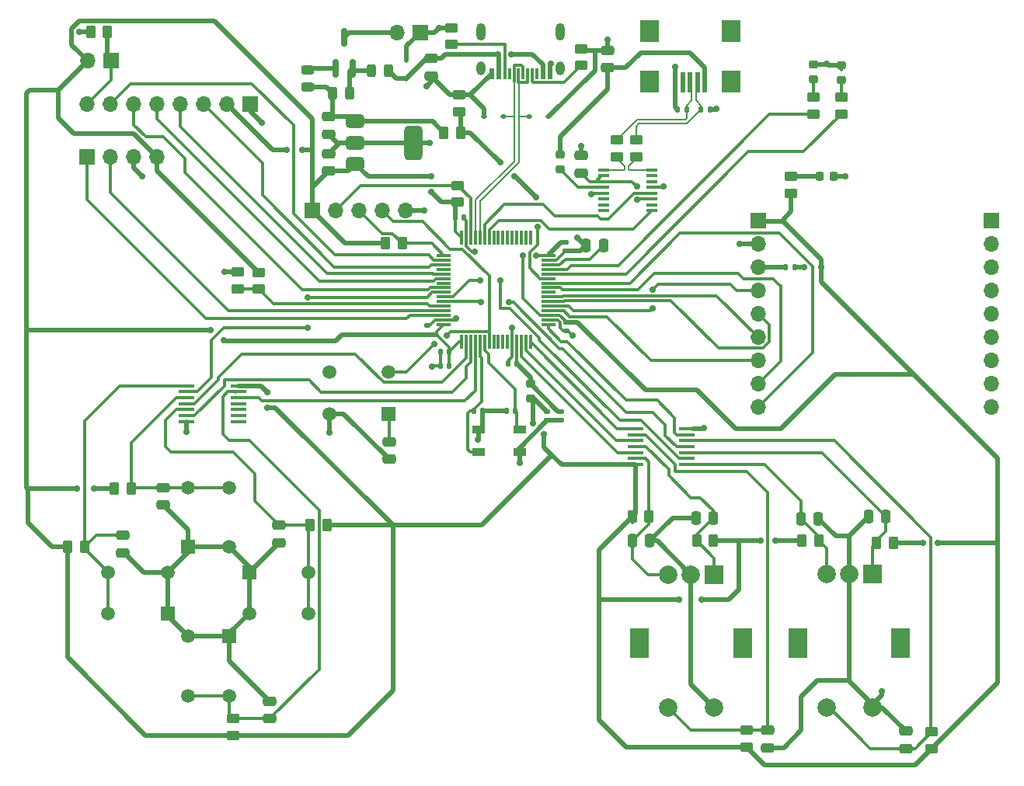
<source format=gbr>
%TF.GenerationSoftware,KiCad,Pcbnew,8.0.6*%
%TF.CreationDate,2025-01-09T21:18:53+11:00*%
%TF.ProjectId,drone_remote,64726f6e-655f-4726-956d-6f74652e6b69,rev?*%
%TF.SameCoordinates,Original*%
%TF.FileFunction,Copper,L1,Top*%
%TF.FilePolarity,Positive*%
%FSLAX46Y46*%
G04 Gerber Fmt 4.6, Leading zero omitted, Abs format (unit mm)*
G04 Created by KiCad (PCBNEW 8.0.6) date 2025-01-09 21:18:53*
%MOMM*%
%LPD*%
G01*
G04 APERTURE LIST*
G04 Aperture macros list*
%AMRoundRect*
0 Rectangle with rounded corners*
0 $1 Rounding radius*
0 $2 $3 $4 $5 $6 $7 $8 $9 X,Y pos of 4 corners*
0 Add a 4 corners polygon primitive as box body*
4,1,4,$2,$3,$4,$5,$6,$7,$8,$9,$2,$3,0*
0 Add four circle primitives for the rounded corners*
1,1,$1+$1,$2,$3*
1,1,$1+$1,$4,$5*
1,1,$1+$1,$6,$7*
1,1,$1+$1,$8,$9*
0 Add four rect primitives between the rounded corners*
20,1,$1+$1,$2,$3,$4,$5,0*
20,1,$1+$1,$4,$5,$6,$7,0*
20,1,$1+$1,$6,$7,$8,$9,0*
20,1,$1+$1,$8,$9,$2,$3,0*%
G04 Aperture macros list end*
%TA.AperFunction,SMDPad,CuDef*%
%ADD10RoundRect,0.140000X-0.140000X-0.170000X0.140000X-0.170000X0.140000X0.170000X-0.140000X0.170000X0*%
%TD*%
%TA.AperFunction,SMDPad,CuDef*%
%ADD11RoundRect,0.250000X-0.450000X0.262500X-0.450000X-0.262500X0.450000X-0.262500X0.450000X0.262500X0*%
%TD*%
%TA.AperFunction,SMDPad,CuDef*%
%ADD12RoundRect,0.162500X0.162500X-0.837500X0.162500X0.837500X-0.162500X0.837500X-0.162500X-0.837500X0*%
%TD*%
%TA.AperFunction,SMDPad,CuDef*%
%ADD13RoundRect,0.250000X0.475000X-0.250000X0.475000X0.250000X-0.475000X0.250000X-0.475000X-0.250000X0*%
%TD*%
%TA.AperFunction,SMDPad,CuDef*%
%ADD14RoundRect,0.250000X0.262500X0.450000X-0.262500X0.450000X-0.262500X-0.450000X0.262500X-0.450000X0*%
%TD*%
%TA.AperFunction,SMDPad,CuDef*%
%ADD15RoundRect,0.250000X0.450000X-0.262500X0.450000X0.262500X-0.450000X0.262500X-0.450000X-0.262500X0*%
%TD*%
%TA.AperFunction,SMDPad,CuDef*%
%ADD16RoundRect,0.250000X0.250000X0.475000X-0.250000X0.475000X-0.250000X-0.475000X0.250000X-0.475000X0*%
%TD*%
%TA.AperFunction,SMDPad,CuDef*%
%ADD17R,1.676400X0.355600*%
%TD*%
%TA.AperFunction,SMDPad,CuDef*%
%ADD18RoundRect,0.218750X-0.256250X0.218750X-0.256250X-0.218750X0.256250X-0.218750X0.256250X0.218750X0*%
%TD*%
%TA.AperFunction,ComponentPad*%
%ADD19R,1.498000X1.498000*%
%TD*%
%TA.AperFunction,ComponentPad*%
%ADD20C,1.498000*%
%TD*%
%TA.AperFunction,SMDPad,CuDef*%
%ADD21RoundRect,0.140000X0.140000X0.170000X-0.140000X0.170000X-0.140000X-0.170000X0.140000X-0.170000X0*%
%TD*%
%TA.AperFunction,ComponentPad*%
%ADD22R,1.700000X1.700000*%
%TD*%
%TA.AperFunction,ComponentPad*%
%ADD23O,1.700000X1.700000*%
%TD*%
%TA.AperFunction,SMDPad,CuDef*%
%ADD24RoundRect,0.250000X-0.262500X-0.450000X0.262500X-0.450000X0.262500X0.450000X-0.262500X0.450000X0*%
%TD*%
%TA.AperFunction,SMDPad,CuDef*%
%ADD25RoundRect,0.250000X-0.250000X-0.475000X0.250000X-0.475000X0.250000X0.475000X-0.250000X0.475000X0*%
%TD*%
%TA.AperFunction,SMDPad,CuDef*%
%ADD26RoundRect,0.112500X0.187500X0.112500X-0.187500X0.112500X-0.187500X-0.112500X0.187500X-0.112500X0*%
%TD*%
%TA.AperFunction,SMDPad,CuDef*%
%ADD27R,1.200000X0.400000*%
%TD*%
%TA.AperFunction,SMDPad,CuDef*%
%ADD28RoundRect,0.250000X-0.475000X0.250000X-0.475000X-0.250000X0.475000X-0.250000X0.475000X0.250000X0*%
%TD*%
%TA.AperFunction,SMDPad,CuDef*%
%ADD29RoundRect,0.075000X0.075000X-0.700000X0.075000X0.700000X-0.075000X0.700000X-0.075000X-0.700000X0*%
%TD*%
%TA.AperFunction,SMDPad,CuDef*%
%ADD30RoundRect,0.075000X0.700000X-0.075000X0.700000X0.075000X-0.700000X0.075000X-0.700000X-0.075000X0*%
%TD*%
%TA.AperFunction,SMDPad,CuDef*%
%ADD31RoundRect,0.243750X0.243750X0.456250X-0.243750X0.456250X-0.243750X-0.456250X0.243750X-0.456250X0*%
%TD*%
%TA.AperFunction,SMDPad,CuDef*%
%ADD32RoundRect,0.243750X-0.243750X-0.456250X0.243750X-0.456250X0.243750X0.456250X-0.243750X0.456250X0*%
%TD*%
%TA.AperFunction,SMDPad,CuDef*%
%ADD33RoundRect,0.112500X-0.187500X-0.112500X0.187500X-0.112500X0.187500X0.112500X-0.187500X0.112500X0*%
%TD*%
%TA.AperFunction,SMDPad,CuDef*%
%ADD34RoundRect,0.140000X-0.170000X0.140000X-0.170000X-0.140000X0.170000X-0.140000X0.170000X0.140000X0*%
%TD*%
%TA.AperFunction,SMDPad,CuDef*%
%ADD35RoundRect,0.140000X0.170000X-0.140000X0.170000X0.140000X-0.170000X0.140000X-0.170000X-0.140000X0*%
%TD*%
%TA.AperFunction,SMDPad,CuDef*%
%ADD36R,1.447800X0.889000*%
%TD*%
%TA.AperFunction,SMDPad,CuDef*%
%ADD37RoundRect,0.375000X-0.625000X-0.375000X0.625000X-0.375000X0.625000X0.375000X-0.625000X0.375000X0*%
%TD*%
%TA.AperFunction,SMDPad,CuDef*%
%ADD38RoundRect,0.500000X-0.500000X-1.400000X0.500000X-1.400000X0.500000X1.400000X-0.500000X1.400000X0*%
%TD*%
%TA.AperFunction,SMDPad,CuDef*%
%ADD39RoundRect,0.112500X0.112500X-0.187500X0.112500X0.187500X-0.112500X0.187500X-0.112500X-0.187500X0*%
%TD*%
%TA.AperFunction,SMDPad,CuDef*%
%ADD40RoundRect,0.218750X0.218750X0.256250X-0.218750X0.256250X-0.218750X-0.256250X0.218750X-0.256250X0*%
%TD*%
%TA.AperFunction,ComponentPad*%
%ADD41R,2.000000X2.000000*%
%TD*%
%TA.AperFunction,ComponentPad*%
%ADD42C,2.000000*%
%TD*%
%TA.AperFunction,ComponentPad*%
%ADD43R,2.000000X3.200000*%
%TD*%
%TA.AperFunction,SMDPad,CuDef*%
%ADD44RoundRect,0.243750X0.456250X-0.243750X0.456250X0.243750X-0.456250X0.243750X-0.456250X-0.243750X0*%
%TD*%
%TA.AperFunction,SMDPad,CuDef*%
%ADD45R,0.508000X2.311400*%
%TD*%
%TA.AperFunction,SMDPad,CuDef*%
%ADD46R,2.006600X2.489200*%
%TD*%
%TA.AperFunction,SMDPad,CuDef*%
%ADD47R,0.600000X1.150000*%
%TD*%
%TA.AperFunction,SMDPad,CuDef*%
%ADD48R,0.300000X1.150000*%
%TD*%
%TA.AperFunction,ComponentPad*%
%ADD49O,1.000000X1.900000*%
%TD*%
%TA.AperFunction,ComponentPad*%
%ADD50O,1.000000X1.500000*%
%TD*%
%TA.AperFunction,SMDPad,CuDef*%
%ADD51RoundRect,0.135000X-0.135000X-0.185000X0.135000X-0.185000X0.135000X0.185000X-0.135000X0.185000X0*%
%TD*%
%TA.AperFunction,ViaPad*%
%ADD52C,0.700000*%
%TD*%
%TA.AperFunction,Conductor*%
%ADD53C,0.500000*%
%TD*%
%TA.AperFunction,Conductor*%
%ADD54C,0.300000*%
%TD*%
%TA.AperFunction,Conductor*%
%ADD55C,0.200000*%
%TD*%
G04 APERTURE END LIST*
D10*
%TO.P,C1,1*%
%TO.N,/D-*%
X111700000Y-43600000D03*
%TO.P,C1,2*%
%TO.N,GND*%
X112660000Y-43600000D03*
%TD*%
D11*
%TO.P,R6,1*%
%TO.N,Net-(D6-A)*%
X123950000Y-42275000D03*
%TO.P,R6,2*%
%TO.N,/HB_LED*%
X123950000Y-44100000D03*
%TD*%
D12*
%TO.P,Q1,1,D*%
%TO.N,/V_BAT*%
X71850000Y-39120000D03*
%TO.P,Q1,2,G*%
%TO.N,/V_USB*%
X73750000Y-39120000D03*
%TO.P,Q1,3,S*%
%TO.N,+5V*%
X72800000Y-35700000D03*
%TD*%
D13*
%TO.P,C27,1*%
%TO.N,/ENC1_SW*%
X134025000Y-113250000D03*
%TO.P,C27,2*%
%TO.N,GND*%
X134025000Y-111350000D03*
%TD*%
D11*
%TO.P,R1,1*%
%TO.N,GND*%
X98600000Y-36975000D03*
%TO.P,R1,2*%
%TO.N,Net-(J3-CC1)*%
X98600000Y-38800000D03*
%TD*%
D14*
%TO.P,R16,1*%
%TO.N,Net-(J5-Pin_8)*%
X47000000Y-35100000D03*
%TO.P,R16,2*%
%TO.N,GND*%
X45175000Y-35100000D03*
%TD*%
D15*
%TO.P,R20,1*%
%TO.N,+3.3V*%
X136825000Y-113250000D03*
%TO.P,R20,2*%
%TO.N,/ENC1_SW*%
X136825000Y-111425000D03*
%TD*%
D16*
%TO.P,C25,1*%
%TO.N,GND*%
X124475000Y-88200000D03*
%TO.P,C25,2*%
%TO.N,/ENC1_A*%
X122575000Y-88200000D03*
%TD*%
D17*
%TO.P,U3,1,1A*%
%TO.N,/SW4*%
X55630600Y-73699999D03*
%TO.P,U3,2,1Y*%
%TO.N,/PUSH_BTN1*%
X55630600Y-74350000D03*
%TO.P,U3,3,2A*%
%TO.N,/SW2*%
X55630600Y-75000001D03*
%TO.P,U3,4,2Y*%
%TO.N,/PUSH_BTN2*%
X55630600Y-75650000D03*
%TO.P,U3,5,3A*%
%TO.N,/SW3*%
X55630600Y-76299999D03*
%TO.P,U3,6,3Y*%
%TO.N,/PUSH_BTN3*%
X55630600Y-76950000D03*
%TO.P,U3,7,GND*%
%TO.N,GND*%
X55630600Y-77599999D03*
%TO.P,U3,8,4Y*%
%TO.N,unconnected-(U3-4Y-Pad8)*%
X61269400Y-77600001D03*
%TO.P,U3,9,4A*%
%TO.N,unconnected-(U3-4A-Pad9)*%
X61269400Y-76950000D03*
%TO.P,U3,10,5Y*%
%TO.N,unconnected-(U3-5Y-Pad10)*%
X61269400Y-76300001D03*
%TO.P,U3,11,5A*%
%TO.N,unconnected-(U3-5A-Pad11)*%
X61269400Y-75650000D03*
%TO.P,U3,12,6Y*%
%TO.N,/PUSH_BTN4*%
X61269400Y-75000001D03*
%TO.P,U3,13,6A*%
%TO.N,/SW5*%
X61269400Y-74350000D03*
%TO.P,U3,14,VCC*%
%TO.N,+3.3V*%
X61269400Y-73700001D03*
%TD*%
D13*
%TO.P,C18,1*%
%TO.N,GND*%
X82275000Y-39950000D03*
%TO.P,C18,2*%
%TO.N,VBUS*%
X82275000Y-38050000D03*
%TD*%
D18*
%TO.P,L1,1*%
%TO.N,Net-(J2-VBUS)*%
X96300000Y-48512500D03*
%TO.P,L1,2*%
%TO.N,Net-(U5-VCC)*%
X96300000Y-50087500D03*
%TD*%
D13*
%TO.P,C22,1*%
%TO.N,GND*%
X48700000Y-91900000D03*
%TO.P,C22,2*%
%TO.N,/SW4*%
X48700000Y-90000000D03*
%TD*%
D19*
%TO.P,SW3,1,1*%
%TO.N,GND*%
X55800000Y-91300000D03*
D20*
%TO.P,SW3,2,2*%
%TO.N,/SW2*%
X55800000Y-84800000D03*
%TO.P,SW3,3,3*%
%TO.N,GND*%
X60300000Y-91300000D03*
%TO.P,SW3,4,4*%
%TO.N,/SW2*%
X60300000Y-84800000D03*
%TD*%
D15*
%TO.P,R8,1*%
%TO.N,+3.3V*%
X85200000Y-53700000D03*
%TO.P,R8,2*%
%TO.N,/SWDIO*%
X85200000Y-51875000D03*
%TD*%
D21*
%TO.P,C8,1*%
%TO.N,GND*%
X85827894Y-55405734D03*
%TO.P,C8,2*%
%TO.N,+3.3V*%
X84867894Y-55405734D03*
%TD*%
D18*
%TO.P,L2,1*%
%TO.N,+3.3VA*%
X93100000Y-73525000D03*
%TO.P,L2,2*%
%TO.N,+3.3V*%
X93100000Y-75100000D03*
%TD*%
D22*
%TO.P,J6,1,Pin_1*%
%TO.N,/I2C1_SDA*%
X44800000Y-48800000D03*
D23*
%TO.P,J6,2,Pin_2*%
%TO.N,/I2C1_SCL*%
X47340000Y-48800000D03*
%TO.P,J6,3,Pin_3*%
%TO.N,GND*%
X49880000Y-48800000D03*
%TO.P,J6,4,Pin_4*%
%TO.N,+3.3V*%
X52420000Y-48800000D03*
%TD*%
D22*
%TO.P,J8,1,Pin_1*%
%TO.N,unconnected-(J8-Pin_1-Pad1)*%
X143300000Y-55720000D03*
D23*
%TO.P,J8,2,Pin_2*%
%TO.N,unconnected-(J8-Pin_2-Pad2)*%
X143300000Y-58260000D03*
%TO.P,J8,3,Pin_3*%
%TO.N,unconnected-(J8-Pin_3-Pad3)*%
X143300000Y-60800000D03*
%TO.P,J8,4,Pin_4*%
%TO.N,unconnected-(J8-Pin_4-Pad4)*%
X143300000Y-63340000D03*
%TO.P,J8,5,Pin_5*%
%TO.N,unconnected-(J8-Pin_5-Pad5)*%
X143300000Y-65880000D03*
%TO.P,J8,6,Pin_6*%
%TO.N,unconnected-(J8-Pin_6-Pad6)*%
X143300000Y-68420000D03*
%TO.P,J8,7,Pin_7*%
%TO.N,unconnected-(J8-Pin_7-Pad7)*%
X143300000Y-70960000D03*
%TO.P,J8,8,Pin_8*%
%TO.N,unconnected-(J8-Pin_8-Pad8)*%
X143300000Y-73500000D03*
%TO.P,J8,9,Pin_9*%
%TO.N,unconnected-(J8-Pin_9-Pad9)*%
X143300000Y-76040000D03*
%TD*%
D24*
%TO.P,R22,1*%
%TO.N,/ENC2_C*%
X111200000Y-90600000D03*
%TO.P,R22,2*%
%TO.N,+3.3V*%
X113025000Y-90600000D03*
%TD*%
D13*
%TO.P,C4,1*%
%TO.N,GND*%
X77700000Y-81700000D03*
%TO.P,C4,2*%
%TO.N,/nRST*%
X77700000Y-79800000D03*
%TD*%
D15*
%TO.P,R3,1*%
%TO.N,/USBD+*%
X104600000Y-48725000D03*
%TO.P,R3,2*%
%TO.N,/D-*%
X104600000Y-46900000D03*
%TD*%
D19*
%TO.P,SW2,1,1*%
%TO.N,GND*%
X62435000Y-94050000D03*
D20*
%TO.P,SW2,2,2*%
%TO.N,/SW3*%
X68935000Y-94050000D03*
%TO.P,SW2,3,3*%
%TO.N,GND*%
X62435000Y-98550000D03*
%TO.P,SW2,4,4*%
%TO.N,/SW3*%
X68935000Y-98550000D03*
%TD*%
D11*
%TO.P,R2,1*%
%TO.N,/D+*%
X102500000Y-46900000D03*
%TO.P,R2,2*%
%TO.N,/USBD-*%
X102500000Y-48725000D03*
%TD*%
D22*
%TO.P,J4,1,Pin_1*%
%TO.N,GND*%
X81075000Y-35200000D03*
D23*
%TO.P,J4,2,Pin_2*%
%TO.N,+5V*%
X78535000Y-35200000D03*
%TD*%
D25*
%TO.P,C28,1*%
%TO.N,GND*%
X111125000Y-88100000D03*
%TO.P,C28,2*%
%TO.N,/ENC2_C*%
X113025000Y-88100000D03*
%TD*%
D26*
%TO.P,D2,1,A1*%
%TO.N,/USB_OTG_FS+*%
X90150000Y-44375000D03*
%TO.P,D2,2,A2*%
%TO.N,GND*%
X88050000Y-44375000D03*
%TD*%
D19*
%TO.P,SW5,1,1*%
%TO.N,GND*%
X60300000Y-101000000D03*
D20*
%TO.P,SW5,2,2*%
%TO.N,/SW5*%
X60300000Y-107500000D03*
%TO.P,SW5,3,3*%
%TO.N,GND*%
X55800000Y-101000000D03*
%TO.P,SW5,4,4*%
%TO.N,/SW5*%
X55800000Y-107500000D03*
%TD*%
D27*
%TO.P,U5,1,TXD*%
%TO.N,/USART_TX*%
X106300000Y-54622500D03*
%TO.P,U5,2,~{RTS}*%
%TO.N,unconnected-(U5-~{RTS}-Pad2)*%
X106300000Y-53987500D03*
%TO.P,U5,3,VCCIO*%
%TO.N,Net-(U5-3V3OUT)*%
X106300000Y-53352500D03*
%TO.P,U5,4,RXD*%
%TO.N,/USART_RX*%
X106300000Y-52717500D03*
%TO.P,U5,5,GND*%
%TO.N,GND*%
X106300000Y-52082500D03*
%TO.P,U5,6,~{CTS}*%
%TO.N,unconnected-(U5-~{CTS}-Pad6)*%
X106300000Y-51447500D03*
%TO.P,U5,7,CBUS2*%
%TO.N,unconnected-(U5-CBUS2-Pad7)*%
X106300000Y-50812500D03*
%TO.P,U5,8,USBDP*%
%TO.N,/USBD+*%
X106300000Y-50177500D03*
%TO.P,U5,9,USBDM*%
%TO.N,/USBD-*%
X101100000Y-50177500D03*
%TO.P,U5,10,3V3OUT*%
%TO.N,Net-(U5-3V3OUT)*%
X101100000Y-50812500D03*
%TO.P,U5,11,~{RESET}*%
X101100000Y-51447500D03*
%TO.P,U5,12,VCC*%
%TO.N,Net-(U5-VCC)*%
X101100000Y-52082500D03*
%TO.P,U5,13,GND*%
%TO.N,GND*%
X101100000Y-52717500D03*
%TO.P,U5,14,CBUS1*%
%TO.N,unconnected-(U5-CBUS1-Pad14)*%
X101100000Y-53352500D03*
%TO.P,U5,15,CBUS0*%
%TO.N,unconnected-(U5-CBUS0-Pad15)*%
X101100000Y-53987500D03*
%TO.P,U5,16,CBUS3*%
%TO.N,unconnected-(U5-CBUS3-Pad16)*%
X101100000Y-54622500D03*
%TD*%
D19*
%TO.P,SW4,1,1*%
%TO.N,GND*%
X53600000Y-98550000D03*
D20*
%TO.P,SW4,2,2*%
%TO.N,/SW4*%
X47100000Y-98550000D03*
%TO.P,SW4,3,3*%
%TO.N,GND*%
X53600000Y-94050000D03*
%TO.P,SW4,4,4*%
%TO.N,/SW4*%
X47100000Y-94050000D03*
%TD*%
D15*
%TO.P,R15,1*%
%TO.N,+3.3V*%
X60700000Y-111800000D03*
%TO.P,R15,2*%
%TO.N,/SW5*%
X60700000Y-109975000D03*
%TD*%
D13*
%TO.P,C20,1*%
%TO.N,+3.3V*%
X71100000Y-50300000D03*
%TO.P,C20,2*%
%TO.N,GND*%
X71100000Y-48400000D03*
%TD*%
%TO.P,C21,1*%
%TO.N,GND*%
X65700000Y-90800000D03*
%TO.P,C21,2*%
%TO.N,/SW3*%
X65700000Y-88900000D03*
%TD*%
D14*
%TO.P,R13,1*%
%TO.N,/SW2*%
X49600000Y-84900000D03*
%TO.P,R13,2*%
%TO.N,+3.3V*%
X47775000Y-84900000D03*
%TD*%
D11*
%TO.P,R5,1*%
%TO.N,GND*%
X61200000Y-61287500D03*
%TO.P,R5,2*%
%TO.N,/BOOT0*%
X61200000Y-63112500D03*
%TD*%
D28*
%TO.P,C3,1*%
%TO.N,GND*%
X101500000Y-37150000D03*
%TO.P,C3,2*%
%TO.N,Net-(J2-VBUS)*%
X101500000Y-39050000D03*
%TD*%
D21*
%TO.P,C2,1*%
%TO.N,/D+*%
X110100000Y-43600000D03*
%TO.P,C2,2*%
%TO.N,GND*%
X109140000Y-43600000D03*
%TD*%
D22*
%TO.P,J5,1,Pin_1*%
%TO.N,GND*%
X62550000Y-42975000D03*
D23*
%TO.P,J5,2,Pin_2*%
%TO.N,+3.3V*%
X60010000Y-42975000D03*
%TO.P,J5,3,Pin_3*%
%TO.N,/SPI3_SCK*%
X57470000Y-42975000D03*
%TO.P,J5,4,Pin_4*%
%TO.N,/SPI3_MOSI*%
X54930000Y-42975000D03*
%TO.P,J5,5,Pin_5*%
%TO.N,/ST7735_nRST*%
X52390000Y-42975000D03*
%TO.P,J5,6,Pin_6*%
%TO.N,/ST7735_DC*%
X49850000Y-42975000D03*
%TO.P,J5,7,Pin_7*%
%TO.N,/SPI3_nCS*%
X47310000Y-42975000D03*
%TO.P,J5,8,Pin_8*%
%TO.N,Net-(J5-Pin_8)*%
X44770000Y-42975000D03*
%TD*%
D18*
%TO.P,D7,1,K*%
%TO.N,GND*%
X126962500Y-38787500D03*
%TO.P,D7,2,A*%
%TO.N,Net-(D7-A)*%
X126962500Y-40362500D03*
%TD*%
D13*
%TO.P,C5,1*%
%TO.N,Net-(U5-3V3OUT)*%
X98600000Y-50500000D03*
%TO.P,C5,2*%
%TO.N,GND*%
X98600000Y-48600000D03*
%TD*%
D29*
%TO.P,U1,1,VBAT*%
%TO.N,+3.3V*%
X85600000Y-68950000D03*
%TO.P,U1,2,PC13*%
%TO.N,/PUSH_BTN2*%
X86100000Y-68950000D03*
%TO.P,U1,3,PC14*%
%TO.N,/PUSH_BTN3*%
X86600000Y-68950000D03*
%TO.P,U1,4,PC15*%
%TO.N,/PUSH_BTN4*%
X87100000Y-68950000D03*
%TO.P,U1,5,RCC_OSC_IN*%
%TO.N,/OSC_IN*%
X87600000Y-68950000D03*
%TO.P,U1,6,RCC_OSC_OUT*%
%TO.N,/OSC_OUT*%
X88100000Y-68950000D03*
%TO.P,U1,7,NRST*%
%TO.N,/nRST*%
X88600000Y-68950000D03*
%TO.P,U1,8,PC0*%
%TO.N,unconnected-(U1-PC0-Pad8)*%
X89100000Y-68950000D03*
%TO.P,U1,9,PC1*%
%TO.N,unconnected-(U1-PC1-Pad9)*%
X89600000Y-68950000D03*
%TO.P,U1,10,PC2*%
%TO.N,unconnected-(U1-PC2-Pad10)*%
X90100000Y-68950000D03*
%TO.P,U1,11,PC3*%
%TO.N,unconnected-(U1-PC3-Pad11)*%
X90600000Y-68950000D03*
%TO.P,U1,12,VSSA*%
%TO.N,GND*%
X91100000Y-68950000D03*
%TO.P,U1,13,VDDA*%
%TO.N,+3.3VA*%
X91600000Y-68950000D03*
%TO.P,U1,14,PA0*%
%TO.N,/TIM2_CH1*%
X92100000Y-68950000D03*
%TO.P,U1,15,PA1*%
%TO.N,/TIM2_CH2*%
X92600000Y-68950000D03*
%TO.P,U1,16,PA2*%
%TO.N,/ENC2_BTN*%
X93100000Y-68950000D03*
D30*
%TO.P,U1,17,PA3*%
%TO.N,/ENC1_BTN*%
X95025000Y-67025000D03*
%TO.P,U1,18,VSS*%
%TO.N,GND*%
X95025000Y-66525000D03*
%TO.P,U1,19,VDD*%
%TO.N,+3.3V*%
X95025000Y-66025000D03*
%TO.P,U1,20,PA4*%
%TO.N,/SPI1_nCS*%
X95025000Y-65525000D03*
%TO.P,U1,21,PA5*%
%TO.N,/SPI1_SCK*%
X95025000Y-65025000D03*
%TO.P,U1,22,PA6*%
%TO.N,/SPI1_MISO*%
X95025000Y-64525000D03*
%TO.P,U1,23,PA7*%
%TO.N,/SPI1_MOSI*%
X95025000Y-64025000D03*
%TO.P,U1,24,PC4*%
%TO.N,unconnected-(U1-PC4-Pad24)*%
X95025000Y-63525000D03*
%TO.P,U1,25,PC5*%
%TO.N,/RFM_nRST*%
X95025000Y-63025000D03*
%TO.P,U1,26,PB0*%
%TO.N,/RFM_G0*%
X95025000Y-62525000D03*
%TO.P,U1,27,PB1*%
%TO.N,/ADC_VOLTAGE*%
X95025000Y-62025000D03*
%TO.P,U1,28,PB2*%
%TO.N,/MCU_LED*%
X95025000Y-61525000D03*
%TO.P,U1,29,PB10*%
%TO.N,/HB_LED*%
X95025000Y-61025000D03*
%TO.P,U1,30,VCAP1*%
%TO.N,Net-(U1-VCAP1)*%
X95025000Y-60525000D03*
%TO.P,U1,31,VSS*%
%TO.N,GND*%
X95025000Y-60025000D03*
%TO.P,U1,32,VDD*%
%TO.N,+3.3V*%
X95025000Y-59525000D03*
D29*
%TO.P,U1,33,PB12*%
%TO.N,unconnected-(U1-PB12-Pad33)*%
X93100000Y-57600000D03*
%TO.P,U1,34,PB13*%
%TO.N,unconnected-(U1-PB13-Pad34)*%
X92600000Y-57600000D03*
%TO.P,U1,35,PB14*%
%TO.N,unconnected-(U1-PB14-Pad35)*%
X92100000Y-57600000D03*
%TO.P,U1,36,PB15*%
%TO.N,unconnected-(U1-PB15-Pad36)*%
X91600000Y-57600000D03*
%TO.P,U1,37,PC6*%
%TO.N,unconnected-(U1-PC6-Pad37)*%
X91100000Y-57600000D03*
%TO.P,U1,38,PC7*%
%TO.N,unconnected-(U1-PC7-Pad38)*%
X90600000Y-57600000D03*
%TO.P,U1,39,PC8*%
%TO.N,unconnected-(U1-PC8-Pad39)*%
X90100000Y-57600000D03*
%TO.P,U1,40,PC9*%
%TO.N,unconnected-(U1-PC9-Pad40)*%
X89600000Y-57600000D03*
%TO.P,U1,41,PA8*%
%TO.N,unconnected-(U1-PA8-Pad41)*%
X89100000Y-57600000D03*
%TO.P,U1,42,PA9*%
%TO.N,/USART_TX*%
X88600000Y-57600000D03*
%TO.P,U1,43,PA10*%
%TO.N,/USART_RX*%
X88100000Y-57600000D03*
%TO.P,U1,44,PA11*%
%TO.N,/USB_OTG_FS-*%
X87600000Y-57600000D03*
%TO.P,U1,45,PA12*%
%TO.N,/USB_OTG_FS+*%
X87100000Y-57600000D03*
%TO.P,U1,46,PA13*%
%TO.N,/SWDIO*%
X86600000Y-57600000D03*
%TO.P,U1,47,VSS*%
%TO.N,GND*%
X86100000Y-57600000D03*
%TO.P,U1,48,VDD*%
%TO.N,+3.3V*%
X85600000Y-57600000D03*
D30*
%TO.P,U1,49,PA14*%
%TO.N,/SWCLK*%
X83675000Y-59525000D03*
%TO.P,U1,50,PA15*%
%TO.N,/SPI3_nCS*%
X83675000Y-60025000D03*
%TO.P,U1,51,PC10*%
%TO.N,/SPI3_SCK*%
X83675000Y-60525000D03*
%TO.P,U1,52,PC11*%
%TO.N,unconnected-(U1-PC11-Pad52)*%
X83675000Y-61025000D03*
%TO.P,U1,53,PC12*%
%TO.N,/SPI3_MOSI*%
X83675000Y-61525000D03*
%TO.P,U1,54,PD2*%
%TO.N,/ST7735_nRST*%
X83675000Y-62025000D03*
%TO.P,U1,55,PB3*%
%TO.N,unconnected-(U1-PB3-Pad55)*%
X83675000Y-62525000D03*
%TO.P,U1,56,PB4*%
%TO.N,/ST7735_DC*%
X83675000Y-63025000D03*
%TO.P,U1,57,PB5*%
%TO.N,/PUSH_BTN1*%
X83675000Y-63525000D03*
%TO.P,U1,58,PB6*%
%TO.N,/TIM4_CH1*%
X83675000Y-64025000D03*
%TO.P,U1,59,PB7*%
%TO.N,/TIM4_CH2*%
X83675000Y-64525000D03*
%TO.P,U1,60,BOOT0*%
%TO.N,/BOOT0*%
X83675000Y-65025000D03*
%TO.P,U1,61,PB8*%
%TO.N,/I2C1_SCL*%
X83675000Y-65525000D03*
%TO.P,U1,62,PB9*%
%TO.N,/I2C1_SDA*%
X83675000Y-66025000D03*
%TO.P,U1,63,VSS*%
%TO.N,GND*%
X83675000Y-66525000D03*
%TO.P,U1,64,VDD*%
%TO.N,+3.3V*%
X83675000Y-67025000D03*
%TD*%
D31*
%TO.P,F1,1*%
%TO.N,VBUS*%
X77600000Y-39400000D03*
%TO.P,F1,2*%
%TO.N,/V_USB*%
X75725000Y-39400000D03*
%TD*%
D32*
%TO.P,D5,1,K*%
%TO.N,/REG_IN*%
X71525000Y-41800000D03*
%TO.P,D5,2,A*%
%TO.N,/V_USB*%
X73400000Y-41800000D03*
%TD*%
D11*
%TO.P,R17,1*%
%TO.N,Net-(D8-A)*%
X121500000Y-50900000D03*
%TO.P,R17,2*%
%TO.N,+3.3V*%
X121500000Y-52725000D03*
%TD*%
D22*
%TO.P,J7,1,Pin_1*%
%TO.N,+3.3V*%
X117900000Y-55720000D03*
D23*
%TO.P,J7,2,Pin_2*%
%TO.N,GND*%
X117900000Y-58260000D03*
%TO.P,J7,3,Pin_3*%
%TO.N,Net-(J7-Pin_3)*%
X117900000Y-60800000D03*
%TO.P,J7,4,Pin_4*%
%TO.N,/SPI1_SCK*%
X117900000Y-63340000D03*
%TO.P,J7,5,Pin_5*%
%TO.N,/SPI1_MISO*%
X117900000Y-65880000D03*
%TO.P,J7,6,Pin_6*%
%TO.N,/SPI1_MOSI*%
X117900000Y-68420000D03*
%TO.P,J7,7,Pin_7*%
%TO.N,/SPI1_nCS*%
X117900000Y-70960000D03*
%TO.P,J7,8,Pin_8*%
%TO.N,/RFM_nRST*%
X117900000Y-73500000D03*
%TO.P,J7,9,Pin_9*%
%TO.N,/RFM_G0*%
X117900000Y-76040000D03*
%TD*%
D15*
%TO.P,R4,1*%
%TO.N,Net-(J3-CC2)*%
X84500000Y-36512500D03*
%TO.P,R4,2*%
%TO.N,GND*%
X84500000Y-34687500D03*
%TD*%
D24*
%TO.P,R10,1*%
%TO.N,/SW3*%
X69100000Y-88900000D03*
%TO.P,R10,2*%
%TO.N,+3.3V*%
X70925000Y-88900000D03*
%TD*%
D21*
%TO.P,C16,1*%
%TO.N,GND*%
X87910000Y-76475000D03*
%TO.P,C16,2*%
%TO.N,/OSC_IN*%
X86950000Y-76475000D03*
%TD*%
D13*
%TO.P,C24,1*%
%TO.N,/SW5*%
X64700000Y-110000000D03*
%TO.P,C24,2*%
%TO.N,GND*%
X64700000Y-108100000D03*
%TD*%
D19*
%TO.P,SW1,1,1*%
%TO.N,/nRST*%
X77665000Y-76750000D03*
D20*
%TO.P,SW1,2,2*%
%TO.N,GND*%
X71165000Y-76750000D03*
%TO.P,SW1,3,3*%
%TO.N,/nRST*%
X77665000Y-72250000D03*
%TO.P,SW1,4,4*%
%TO.N,GND*%
X71165000Y-72250000D03*
%TD*%
D33*
%TO.P,D1,1,A1*%
%TO.N,/USB_OTG_FS-*%
X92975000Y-44400000D03*
%TO.P,D1,2,A2*%
%TO.N,GND*%
X95075000Y-44400000D03*
%TD*%
D34*
%TO.P,C7,1*%
%TO.N,GND*%
X81850000Y-67170000D03*
%TO.P,C7,2*%
%TO.N,+3.3V*%
X81850000Y-68130000D03*
%TD*%
D35*
%TO.P,C10,1*%
%TO.N,GND*%
X97000000Y-67750000D03*
%TO.P,C10,2*%
%TO.N,+3.3V*%
X97000000Y-66790000D03*
%TD*%
D15*
%TO.P,R12,1*%
%TO.N,/ADC_VOLTAGE*%
X85350000Y-43825000D03*
%TO.P,R12,2*%
%TO.N,GND*%
X85350000Y-42000000D03*
%TD*%
D14*
%TO.P,R18,1*%
%TO.N,/ENC1_A*%
X124500000Y-90600000D03*
%TO.P,R18,2*%
%TO.N,+3.3V*%
X122675000Y-90600000D03*
%TD*%
D22*
%TO.P,JP2,1,A*%
%TO.N,Net-(J5-Pin_8)*%
X47370000Y-38270000D03*
D23*
%TO.P,JP2,2,B*%
%TO.N,+3.3V*%
X44830000Y-38270000D03*
%TD*%
D34*
%TO.P,C13,1*%
%TO.N,+3.3VA*%
X96400000Y-76500000D03*
%TO.P,C13,2*%
%TO.N,GND*%
X96400000Y-77460000D03*
%TD*%
D36*
%TO.P,X1,1,1*%
%TO.N,/OSC_IN*%
X87479600Y-80975000D03*
%TO.P,X1,2,2*%
%TO.N,GND*%
X91950000Y-80975000D03*
%TO.P,X1,3,3*%
%TO.N,/OSC_OUT*%
X91950000Y-78475000D03*
%TO.P,X1,4,4*%
%TO.N,GND*%
X87479600Y-78475000D03*
%TD*%
D13*
%TO.P,C29,1*%
%TO.N,GND*%
X118950000Y-113150000D03*
%TO.P,C29,2*%
%TO.N,/ENC2_SW*%
X118950000Y-111250000D03*
%TD*%
D37*
%TO.P,U2,1,VI*%
%TO.N,/REG_IN*%
X74000000Y-44900000D03*
%TO.P,U2,2,GND*%
%TO.N,GND*%
X74000000Y-47200000D03*
D38*
X80300000Y-47200000D03*
D37*
%TO.P,U2,3,VO*%
%TO.N,+3.3V*%
X74000000Y-49500000D03*
%TD*%
D16*
%TO.P,C26,1*%
%TO.N,/ENC1_C*%
X131850000Y-88000000D03*
%TO.P,C26,2*%
%TO.N,GND*%
X129950000Y-88000000D03*
%TD*%
D14*
%TO.P,R21,1*%
%TO.N,/ENC2_A*%
X106012500Y-88000000D03*
%TO.P,R21,2*%
%TO.N,+3.3V*%
X104187500Y-88000000D03*
%TD*%
D34*
%TO.P,C14,1*%
%TO.N,+3.3V*%
X94900000Y-76540000D03*
%TO.P,C14,2*%
%TO.N,GND*%
X94900000Y-77500000D03*
%TD*%
D24*
%TO.P,R11,1*%
%TO.N,/REG_IN*%
X83662500Y-46100000D03*
%TO.P,R11,2*%
%TO.N,/ADC_VOLTAGE*%
X85487500Y-46100000D03*
%TD*%
D11*
%TO.P,R23,1*%
%TO.N,/ENC2_SW*%
X116650000Y-111250000D03*
%TO.P,R23,2*%
%TO.N,+3.3V*%
X116650000Y-113075000D03*
%TD*%
D28*
%TO.P,C19,1*%
%TO.N,/REG_IN*%
X71100000Y-44400000D03*
%TO.P,C19,2*%
%TO.N,GND*%
X71100000Y-46300000D03*
%TD*%
D10*
%TO.P,C17,1*%
%TO.N,GND*%
X90490000Y-76475000D03*
%TO.P,C17,2*%
%TO.N,/OSC_OUT*%
X91450000Y-76475000D03*
%TD*%
%TO.P,C6,1*%
%TO.N,GND*%
X83290000Y-71562500D03*
%TO.P,C6,2*%
%TO.N,+3.3V*%
X84250000Y-71562500D03*
%TD*%
D17*
%TO.P,U4,1,1A*%
%TO.N,/ENC1_A*%
X110169400Y-82300001D03*
%TO.P,U4,2,1Y*%
%TO.N,/TIM4_CH1*%
X110169400Y-81650000D03*
%TO.P,U4,3,2A*%
%TO.N,/ENC1_C*%
X110169400Y-80999999D03*
%TO.P,U4,4,2Y*%
%TO.N,/TIM4_CH2*%
X110169400Y-80350000D03*
%TO.P,U4,5,3A*%
%TO.N,/ENC1_SW*%
X110169400Y-79700001D03*
%TO.P,U4,6,3Y*%
%TO.N,/ENC1_BTN*%
X110169400Y-79050000D03*
%TO.P,U4,7,GND*%
%TO.N,GND*%
X110169400Y-78400001D03*
%TO.P,U4,8,4Y*%
%TO.N,/ENC2_BTN*%
X104530600Y-78399999D03*
%TO.P,U4,9,4A*%
%TO.N,/ENC2_SW*%
X104530600Y-79050000D03*
%TO.P,U4,10,5Y*%
%TO.N,/TIM2_CH2*%
X104530600Y-79699999D03*
%TO.P,U4,11,5A*%
%TO.N,/ENC2_C*%
X104530600Y-80350000D03*
%TO.P,U4,12,6Y*%
%TO.N,/TIM2_CH1*%
X104530600Y-80999999D03*
%TO.P,U4,13,6A*%
%TO.N,/ENC2_A*%
X104530600Y-81650000D03*
%TO.P,U4,14,VCC*%
%TO.N,+3.3V*%
X104530600Y-82299999D03*
%TD*%
D18*
%TO.P,D6,1,K*%
%TO.N,GND*%
X123962500Y-38695000D03*
%TO.P,D6,2,A*%
%TO.N,Net-(D6-A)*%
X123962500Y-40270000D03*
%TD*%
D39*
%TO.P,D3,1,A1*%
%TO.N,VBUS*%
X79600000Y-40235000D03*
%TO.P,D3,2,A2*%
%TO.N,GND*%
X79600000Y-38135000D03*
%TD*%
D40*
%TO.P,D8,1,K*%
%TO.N,GND*%
X126175000Y-50850000D03*
%TO.P,D8,2,A*%
%TO.N,Net-(D8-A)*%
X124600000Y-50850000D03*
%TD*%
D41*
%TO.P,SW6,A,A*%
%TO.N,/ENC1_C*%
X130350000Y-94250000D03*
D42*
%TO.P,SW6,B,B*%
%TO.N,/ENC1_A*%
X125350000Y-94250000D03*
%TO.P,SW6,C,C*%
%TO.N,GND*%
X127850000Y-94250000D03*
D43*
%TO.P,SW6,MP*%
%TO.N,N/C*%
X133450000Y-101750000D03*
X122250000Y-101750000D03*
D42*
%TO.P,SW6,S1,S1*%
%TO.N,/ENC1_SW*%
X125350000Y-108750000D03*
%TO.P,SW6,S2,S2*%
%TO.N,GND*%
X130350000Y-108750000D03*
%TD*%
D10*
%TO.P,C12,1*%
%TO.N,GND*%
X90640000Y-71300000D03*
%TO.P,C12,2*%
%TO.N,+3.3VA*%
X91600000Y-71300000D03*
%TD*%
D11*
%TO.P,R25,1*%
%TO.N,+3.3V*%
X63500000Y-61337500D03*
%TO.P,R25,2*%
%TO.N,/BOOT0*%
X63500000Y-63162500D03*
%TD*%
D14*
%TO.P,R19,1*%
%TO.N,+3.3V*%
X132625000Y-90800000D03*
%TO.P,R19,2*%
%TO.N,/ENC1_C*%
X130800000Y-90800000D03*
%TD*%
D24*
%TO.P,R9,1*%
%TO.N,+3.3V*%
X77287500Y-58200000D03*
%TO.P,R9,2*%
%TO.N,/SWCLK*%
X79112500Y-58200000D03*
%TD*%
D44*
%TO.P,D4,1,K*%
%TO.N,/REG_IN*%
X68800000Y-41137500D03*
%TO.P,D4,2,A*%
%TO.N,/V_BAT*%
X68800000Y-39262500D03*
%TD*%
D35*
%TO.P,C9,1*%
%TO.N,GND*%
X96920594Y-59010000D03*
%TO.P,C9,2*%
%TO.N,+3.3V*%
X96920594Y-58050000D03*
%TD*%
D41*
%TO.P,SW7,A,A*%
%TO.N,/ENC2_C*%
X113100000Y-94300000D03*
D42*
%TO.P,SW7,B,B*%
%TO.N,/ENC2_A*%
X108100000Y-94300000D03*
%TO.P,SW7,C,C*%
%TO.N,GND*%
X110600000Y-94300000D03*
D43*
%TO.P,SW7,MP*%
%TO.N,N/C*%
X116200000Y-101800000D03*
X105000000Y-101800000D03*
D42*
%TO.P,SW7,S1,S1*%
%TO.N,/ENC2_SW*%
X108100000Y-108800000D03*
%TO.P,SW7,S2,S2*%
%TO.N,GND*%
X113100000Y-108800000D03*
%TD*%
D16*
%TO.P,C15,1*%
%TO.N,Net-(U1-VCAP1)*%
X101050000Y-58400000D03*
%TO.P,C15,2*%
%TO.N,GND*%
X99150000Y-58400000D03*
%TD*%
D45*
%TO.P,J2,1,VBUS*%
%TO.N,Net-(J2-VBUS)*%
X112099999Y-40661000D03*
%TO.P,J2,2,D-*%
%TO.N,/D-*%
X111300001Y-40661000D03*
%TO.P,J2,3,D+*%
%TO.N,/D+*%
X110500000Y-40661000D03*
%TO.P,J2,4,ID*%
%TO.N,unconnected-(J2-ID-Pad4)*%
X109699999Y-40661000D03*
%TO.P,J2,5,GND*%
%TO.N,GND*%
X108900001Y-40661000D03*
D46*
%TO.P,J2,6,Shield*%
%TO.N,unconnected-(J2-Shield-Pad6)*%
X114950000Y-40565802D03*
%TO.P,J2,7*%
%TO.N,N/C*%
X106050000Y-40565802D03*
%TO.P,J2,8*%
X114950000Y-35055000D03*
%TO.P,J2,9*%
X106050000Y-35055000D03*
%TD*%
D47*
%TO.P,J3,A1B12,GND_A*%
%TO.N,GND*%
X95250000Y-39700000D03*
%TO.P,J3,A4B9,VBUS_A*%
%TO.N,VBUS*%
X94450000Y-39700000D03*
D48*
%TO.P,J3,A5,CC1*%
%TO.N,Net-(J3-CC1)*%
X93300000Y-39700000D03*
%TO.P,J3,A6,D1+*%
%TO.N,/USB_OTG_FS+*%
X92300000Y-39700000D03*
%TO.P,J3,A7,D1-*%
%TO.N,/USB_OTG_FS-*%
X91800000Y-39700000D03*
%TO.P,J3,A8,SBU1*%
%TO.N,unconnected-(J3-SBU1-PadA8)*%
X90800000Y-39700000D03*
D47*
%TO.P,J3,B1A12,GND_B*%
%TO.N,GND*%
X88850000Y-39700000D03*
%TO.P,J3,B4A9,VBUS_B*%
%TO.N,VBUS*%
X89650000Y-39700000D03*
D48*
%TO.P,J3,B5,CC2*%
%TO.N,Net-(J3-CC2)*%
X90300000Y-39700000D03*
%TO.P,J3,B6,D2+*%
%TO.N,/USB_OTG_FS+*%
X91300000Y-39700000D03*
%TO.P,J3,B7,D2-*%
%TO.N,/USB_OTG_FS-*%
X92800000Y-39700000D03*
%TO.P,J3,B8,SBU2*%
%TO.N,unconnected-(J3-SBU2-PadB8)*%
X93800000Y-39700000D03*
D49*
%TO.P,J3,SH1,SHIELD*%
%TO.N,unconnected-(J3-SHIELD-PadSH1)*%
X96370000Y-35125000D03*
%TO.P,J3,SH2,SHIELD__1*%
%TO.N,unconnected-(J3-SHIELD__1-PadSH2)*%
X87730000Y-35125000D03*
D50*
%TO.P,J3,SH3,SHIELD__2*%
%TO.N,unconnected-(J3-SHIELD__2-PadSH3)*%
X96370000Y-39125000D03*
%TO.P,J3,SH4,SHIELD__3*%
%TO.N,unconnected-(J3-SHIELD__3-PadSH4)*%
X87730000Y-39125000D03*
%TD*%
D13*
%TO.P,C23,1*%
%TO.N,GND*%
X53100000Y-86700000D03*
%TO.P,C23,2*%
%TO.N,/SW2*%
X53100000Y-84800000D03*
%TD*%
D22*
%TO.P,J1,1,Pin_1*%
%TO.N,+3.3V*%
X69320000Y-54600000D03*
D23*
%TO.P,J1,2,Pin_2*%
%TO.N,/SWDIO*%
X71860000Y-54600000D03*
%TO.P,J1,3,Pin_3*%
%TO.N,/SWCLK*%
X74400000Y-54600000D03*
%TO.P,J1,4,Pin_4*%
%TO.N,/nRST*%
X76940000Y-54600000D03*
%TO.P,J1,5,Pin_5*%
%TO.N,GND*%
X79480000Y-54600000D03*
%TD*%
D14*
%TO.P,R14,1*%
%TO.N,/SW4*%
X44500000Y-91300000D03*
%TO.P,R14,2*%
%TO.N,+3.3V*%
X42675000Y-91300000D03*
%TD*%
D10*
%TO.P,C11,1*%
%TO.N,GND*%
X83290000Y-70037500D03*
%TO.P,C11,2*%
%TO.N,+3.3V*%
X84250000Y-70037500D03*
%TD*%
D16*
%TO.P,C30,1*%
%TO.N,GND*%
X106100000Y-90600000D03*
%TO.P,C30,2*%
%TO.N,/ENC2_A*%
X104200000Y-90600000D03*
%TD*%
D51*
%TO.P,R24,1*%
%TO.N,Net-(J7-Pin_3)*%
X120880000Y-60750000D03*
%TO.P,R24,2*%
%TO.N,+3.3V*%
X121900000Y-60750000D03*
%TD*%
D11*
%TO.P,R7,1*%
%TO.N,Net-(D7-A)*%
X126950000Y-42275000D03*
%TO.P,R7,2*%
%TO.N,/MCU_LED*%
X126950000Y-44100000D03*
%TD*%
D52*
%TO.N,GND*%
X112000000Y-78300000D03*
X85000000Y-66400000D03*
X99700000Y-52782500D03*
X81750000Y-41075000D03*
X98200000Y-57550000D03*
X107600000Y-52000000D03*
X59750000Y-61250000D03*
X95300000Y-38600000D03*
X91950000Y-82100000D03*
X87400000Y-79550000D03*
X82100000Y-47200000D03*
X131350000Y-107000000D03*
X91100000Y-67400000D03*
X108900000Y-38900000D03*
X43900000Y-35100000D03*
X127400000Y-50850000D03*
X82400000Y-71600000D03*
X71200000Y-78800000D03*
X81500000Y-54600000D03*
X97650000Y-68200000D03*
X113350000Y-43550000D03*
X50800000Y-50900000D03*
X63800000Y-45000000D03*
X125350000Y-38600000D03*
X55650000Y-78750000D03*
X101500000Y-36000000D03*
X87000000Y-59100000D03*
X83100000Y-34700000D03*
X98600000Y-47600000D03*
X115900000Y-58250000D03*
%TO.N,+3.3V*%
X58250000Y-67600000D03*
X124750000Y-60750000D03*
X68200000Y-48000000D03*
X111750000Y-97050000D03*
X93700000Y-59500000D03*
X109250000Y-97050000D03*
X82300000Y-50900000D03*
X82300000Y-52600000D03*
X64400000Y-74400000D03*
X43700000Y-84900000D03*
X118150000Y-90600000D03*
X92300000Y-59500000D03*
X119750000Y-90600000D03*
X137450000Y-90800000D03*
X45500000Y-84900000D03*
X94600000Y-79000000D03*
X64400000Y-76100000D03*
X93400000Y-77800000D03*
X59700000Y-68700000D03*
X135850000Y-90800000D03*
X122900000Y-60750000D03*
X66500000Y-48000000D03*
%TO.N,/SPI1_SCK*%
X106450000Y-65250000D03*
X106450000Y-63200000D03*
%TO.N,VBUS*%
X89600000Y-37600000D03*
X91000000Y-37600000D03*
%TO.N,/ADC_VOLTAGE*%
X91375000Y-50900000D03*
X93900000Y-56400000D03*
X93700000Y-53175000D03*
X89775000Y-49325000D03*
%TO.N,/PUSH_BTN1*%
X68850000Y-64050000D03*
X68850000Y-67350000D03*
%TO.N,/nRST*%
X82650000Y-69150000D03*
X83989975Y-68260025D03*
%TO.N,/TIM4_CH2*%
X90750000Y-64600000D03*
X87700000Y-64600000D03*
%TO.N,/TIM4_CH1*%
X87600000Y-62200000D03*
X89800000Y-62200000D03*
%TO.N,Net-(U5-3V3OUT)*%
X104700000Y-53417500D03*
X104700000Y-52017500D03*
%TD*%
D53*
%TO.N,Net-(J2-VBUS)*%
X101500000Y-41378122D02*
X101339061Y-41539061D01*
X112099999Y-39005300D02*
X111194699Y-38100000D01*
X96300000Y-46578122D02*
X101339061Y-41539061D01*
X96300000Y-46578122D02*
X96300000Y-48512500D01*
X101500000Y-39050000D02*
X101500000Y-41378122D01*
X105100000Y-37400000D02*
X103450000Y-39050000D01*
X103450000Y-39050000D02*
X101500000Y-39050000D01*
X110450000Y-37400000D02*
X105100000Y-37400000D01*
X111194699Y-38100000D02*
X111150000Y-38100000D01*
X111150000Y-38100000D02*
X110450000Y-37400000D01*
X112099999Y-40661000D02*
X112099999Y-39005300D01*
%TO.N,GND*%
X62435000Y-98550000D02*
X62435000Y-94050000D01*
X108900001Y-40661000D02*
X108900001Y-38900001D01*
X110550000Y-106250000D02*
X113100000Y-108800000D01*
D54*
X96075000Y-66525000D02*
X96340000Y-66790000D01*
D53*
X48800000Y-91900000D02*
X50950000Y-94050000D01*
X99150000Y-58400000D02*
X99050000Y-58400000D01*
X79600000Y-36675000D02*
X79600000Y-38135000D01*
D54*
X62450000Y-94050000D02*
X62435000Y-94050000D01*
X90640000Y-71300000D02*
X90640000Y-70990001D01*
D53*
X118950000Y-113150000D02*
X120700000Y-113150000D01*
X55630600Y-77599999D02*
X55630600Y-78730600D01*
X110600000Y-94300000D02*
X106900000Y-90600000D01*
D54*
X82080000Y-67170000D02*
X81850000Y-67170000D01*
D53*
X88050000Y-43500000D02*
X86550000Y-42000000D01*
X53600000Y-98550000D02*
X53600000Y-98800000D01*
X91564800Y-80825000D02*
X91575000Y-80825000D01*
X110800000Y-78400000D02*
X111900000Y-78400000D01*
X98540000Y-59010000D02*
X96920594Y-59010000D01*
X113300000Y-43600000D02*
X113350000Y-43550000D01*
X87479600Y-78475000D02*
X87479600Y-79470400D01*
X82275000Y-40550000D02*
X81750000Y-41075000D01*
D54*
X83675000Y-66525000D02*
X82725000Y-66525000D01*
D53*
X55800000Y-91300000D02*
X55800000Y-89400000D01*
X83112500Y-34687500D02*
X83100000Y-34700000D01*
X71165000Y-78765000D02*
X71200000Y-78800000D01*
X53600000Y-98800000D02*
X55800000Y-101000000D01*
X127750000Y-105850000D02*
X130350000Y-108450000D01*
X87910000Y-78579800D02*
X87864800Y-78625000D01*
X55800000Y-101000000D02*
X60300000Y-101000000D01*
D54*
X86100000Y-55677840D02*
X86100000Y-57600000D01*
D53*
X131350000Y-107000000D02*
X131350000Y-107450000D01*
X127850000Y-93950000D02*
X127850000Y-90100000D01*
D54*
X96340000Y-67390000D02*
X96700000Y-67750000D01*
D53*
X122600000Y-107600000D02*
X124350000Y-105850000D01*
X82275000Y-39950000D02*
X82275000Y-40550000D01*
X108900001Y-40661000D02*
X108900001Y-43360001D01*
X95075000Y-44400000D02*
X100150000Y-39325000D01*
D54*
X83290000Y-70037500D02*
X83290000Y-71562500D01*
D53*
X95250000Y-39700000D02*
X95250000Y-38650000D01*
X84500000Y-34687500D02*
X83112500Y-34687500D01*
D54*
X86100000Y-57600000D02*
X86100000Y-58478120D01*
D53*
X98600000Y-48600000D02*
X98600000Y-47600000D01*
X95250000Y-38650000D02*
X95300000Y-38600000D01*
X122600000Y-111250000D02*
X122600000Y-107600000D01*
X88050000Y-44375000D02*
X88050000Y-43500000D01*
X71165000Y-76750000D02*
X72750000Y-76750000D01*
X62435000Y-93435000D02*
X60300000Y-91300000D01*
X125537500Y-38787500D02*
X125350000Y-38600000D01*
X98775000Y-37150000D02*
X98600000Y-36975000D01*
X126962500Y-38787500D02*
X125537500Y-38787500D01*
X55630600Y-78730600D02*
X55650000Y-78750000D01*
X45175000Y-35100000D02*
X43900000Y-35100000D01*
X123962500Y-38695000D02*
X125255000Y-38695000D01*
X74000000Y-47200000D02*
X72000000Y-47200000D01*
X72750000Y-76750000D02*
X77700000Y-81700000D01*
X49880000Y-49980000D02*
X50800000Y-50900000D01*
X55800000Y-91300000D02*
X55800000Y-91850000D01*
X117900000Y-58260000D02*
X115910000Y-58260000D01*
X91575000Y-80825000D02*
X94900000Y-77500000D01*
X110550000Y-94350000D02*
X110550000Y-106250000D01*
X111900000Y-78400000D02*
X112000000Y-78300000D01*
X127850000Y-93950000D02*
X127850000Y-105750000D01*
X131425000Y-108750000D02*
X134025000Y-111350000D01*
D54*
X96700000Y-67750000D02*
X97000000Y-67750000D01*
X82725000Y-66525000D02*
X82080000Y-67170000D01*
X95025000Y-66525000D02*
X96075000Y-66525000D01*
D53*
X94940000Y-77460000D02*
X94900000Y-77500000D01*
X127850000Y-90100000D02*
X126375000Y-90100000D01*
X100150000Y-37150000D02*
X98775000Y-37150000D01*
X53600000Y-94050000D02*
X53600000Y-98550000D01*
D54*
X107517500Y-52082500D02*
X107600000Y-52000000D01*
D53*
X86550000Y-42000000D02*
X88850000Y-39700000D01*
D54*
X86100000Y-58478120D02*
X86721880Y-59100000D01*
X97000000Y-67610000D02*
X97010000Y-67610000D01*
D53*
X82600000Y-35200000D02*
X83100000Y-34700000D01*
X72300000Y-47200000D02*
X71100000Y-48400000D01*
X79600000Y-36675000D02*
X81075000Y-35200000D01*
X50950000Y-94050000D02*
X53600000Y-94050000D01*
X110600000Y-94300000D02*
X110550000Y-94350000D01*
X130350000Y-108750000D02*
X131425000Y-108750000D01*
X61200000Y-61287500D02*
X59787500Y-61287500D01*
D54*
X86721880Y-59100000D02*
X87000000Y-59100000D01*
D53*
X84325000Y-42000000D02*
X82275000Y-39950000D01*
X60300000Y-103700000D02*
X60300000Y-101000000D01*
D54*
X83290000Y-71562500D02*
X82437500Y-71562500D01*
D53*
X99050000Y-58400000D02*
X98200000Y-57550000D01*
D54*
X97200000Y-67750000D02*
X97650000Y-68200000D01*
D53*
X108900001Y-38900001D02*
X108900000Y-38900000D01*
X100150000Y-39325000D02*
X100150000Y-37150000D01*
D54*
X126962500Y-39255000D02*
X126870000Y-39162500D01*
X91100000Y-70530001D02*
X91100000Y-68950000D01*
D53*
X131350000Y-107450000D02*
X130350000Y-108450000D01*
X48700000Y-91900000D02*
X48800000Y-91900000D01*
X74000000Y-47200000D02*
X72300000Y-47200000D01*
X108600000Y-88100000D02*
X111125000Y-88100000D01*
D54*
X99765000Y-52717500D02*
X99700000Y-52782500D01*
D53*
X49880000Y-48800000D02*
X49880000Y-49980000D01*
X60300000Y-91300000D02*
X55800000Y-91300000D01*
X127850000Y-105750000D02*
X127750000Y-105850000D01*
X60300000Y-100685000D02*
X62435000Y-98550000D01*
X90490000Y-76475000D02*
X87910000Y-76475000D01*
D54*
X95905594Y-60025000D02*
X96920594Y-59010000D01*
X84875000Y-66525000D02*
X85000000Y-66400000D01*
D53*
X64700000Y-108100000D02*
X60300000Y-103700000D01*
X62550000Y-43750000D02*
X63800000Y-45000000D01*
X99150000Y-58400000D02*
X98540000Y-59010000D01*
X71165000Y-76750000D02*
X71165000Y-78765000D01*
D54*
X96340000Y-66790000D02*
X96340000Y-67390000D01*
D53*
X106900000Y-90600000D02*
X106100000Y-90600000D01*
X126375000Y-90100000D02*
X124475000Y-88200000D01*
X120700000Y-113150000D02*
X122600000Y-111250000D01*
X87910000Y-76475000D02*
X87910000Y-78579800D01*
X85350000Y-42000000D02*
X86550000Y-42000000D01*
X115910000Y-58260000D02*
X115900000Y-58250000D01*
X125255000Y-38695000D02*
X125350000Y-38600000D01*
D54*
X90640000Y-70990001D02*
X91100000Y-70530001D01*
D53*
X106100000Y-90600000D02*
X108600000Y-88100000D01*
X62550000Y-42975000D02*
X62550000Y-43750000D01*
D54*
X82437500Y-71562500D02*
X82400000Y-71600000D01*
X83675000Y-66525000D02*
X84875000Y-66525000D01*
D53*
X80300000Y-47200000D02*
X82100000Y-47200000D01*
X80300000Y-47200000D02*
X74000000Y-47200000D01*
X91950000Y-80975000D02*
X91950000Y-82100000D01*
X55800000Y-91850000D02*
X53600000Y-94050000D01*
D54*
X129750000Y-88200000D02*
X129950000Y-88000000D01*
D53*
X101500000Y-37150000D02*
X101500000Y-36000000D01*
X110550000Y-94350000D02*
X110550000Y-95100000D01*
X101500000Y-37150000D02*
X100150000Y-37150000D01*
X112660000Y-43600000D02*
X113300000Y-43600000D01*
X72000000Y-47200000D02*
X71100000Y-46300000D01*
X79480000Y-54600000D02*
X81500000Y-54600000D01*
X127850000Y-90100000D02*
X129950000Y-88000000D01*
X85350000Y-42000000D02*
X84325000Y-42000000D01*
X126175000Y-50850000D02*
X127400000Y-50850000D01*
X59787500Y-61287500D02*
X59750000Y-61250000D01*
D54*
X91100000Y-68950000D02*
X91100000Y-67400000D01*
X97000000Y-67750000D02*
X97200000Y-67750000D01*
X101100000Y-52717500D02*
X99765000Y-52717500D01*
D53*
X87479600Y-79470400D02*
X87400000Y-79550000D01*
X81075000Y-35200000D02*
X82600000Y-35200000D01*
X65700000Y-90800000D02*
X65685000Y-90800000D01*
X96400000Y-77460000D02*
X94940000Y-77460000D01*
D54*
X106300000Y-52082500D02*
X107517500Y-52082500D01*
D53*
X60300000Y-101000000D02*
X60300000Y-100685000D01*
X55800000Y-89400000D02*
X53100000Y-86700000D01*
X62435000Y-94050000D02*
X62435000Y-93435000D01*
X124350000Y-105850000D02*
X127750000Y-105850000D01*
D54*
X95025000Y-60025000D02*
X95905594Y-60025000D01*
D53*
X108900001Y-43360001D02*
X109140000Y-43600000D01*
X65685000Y-90800000D02*
X62435000Y-94050000D01*
%TO.N,+3.3V*%
X61269400Y-73700001D02*
X63700001Y-73700001D01*
X47775000Y-84900000D02*
X45500000Y-84900000D01*
X119750000Y-90600000D02*
X122675000Y-90600000D01*
D54*
X85337500Y-68950000D02*
X84250000Y-70037500D01*
X84867894Y-56867894D02*
X84867894Y-55405734D01*
D53*
X43918629Y-33950000D02*
X43100000Y-34768629D01*
X41000000Y-91300000D02*
X42675000Y-91300000D01*
X124750000Y-59950000D02*
X120600000Y-55800000D01*
X72570000Y-68130000D02*
X71900000Y-68800000D01*
X135025000Y-115050000D02*
X136825000Y-113250000D01*
D54*
X94146880Y-66025000D02*
X95025000Y-66025000D01*
D53*
X122575000Y-90500000D02*
X122675000Y-90600000D01*
X93400000Y-77800000D02*
X93400000Y-75400000D01*
X104187500Y-88512500D02*
X104187500Y-88000000D01*
X52420000Y-48800000D02*
X52420000Y-50257500D01*
D54*
X82890000Y-68150000D02*
X84250000Y-69510000D01*
D53*
X74000000Y-49500000D02*
X75400000Y-50900000D01*
D54*
X84250000Y-70037500D02*
X84250000Y-71562500D01*
D53*
X93100000Y-75100000D02*
X93460000Y-75100000D01*
X144000000Y-81600000D02*
X144000000Y-90800000D01*
X78100000Y-106950000D02*
X78100000Y-88900000D01*
X118625000Y-115050000D02*
X135025000Y-115050000D01*
X98240000Y-66790000D02*
X97000000Y-66790000D01*
X83400000Y-53700000D02*
X82300000Y-52600000D01*
X65300000Y-76100000D02*
X64400000Y-76100000D01*
X124750000Y-62350000D02*
X124750000Y-60750000D01*
D54*
X84250000Y-69510000D02*
X84250000Y-70037500D01*
D53*
X69320000Y-48000000D02*
X69320000Y-44620000D01*
X109250000Y-97050000D02*
X100600000Y-97050000D01*
X38300000Y-84900000D02*
X38300000Y-88600000D01*
X58650000Y-33950000D02*
X43918629Y-33950000D01*
X136825000Y-113250000D02*
X144000000Y-106075000D01*
D54*
X63500000Y-61337500D02*
X63137500Y-61337500D01*
D53*
X69320000Y-52080000D02*
X69320000Y-48000000D01*
X78100000Y-88900000D02*
X65300000Y-76100000D01*
X94600000Y-80408266D02*
X94600000Y-79000000D01*
X126300000Y-72450000D02*
X120350000Y-78400000D01*
X96491735Y-82299999D02*
X104530600Y-82299999D01*
X73200000Y-50300000D02*
X74000000Y-49500000D01*
X75400000Y-50900000D02*
X82300000Y-50900000D01*
X93400000Y-75400000D02*
X93100000Y-75100000D01*
X41600000Y-41500000D02*
X44830000Y-38270000D01*
X116650000Y-113075000D02*
X103525000Y-113075000D01*
X38200000Y-41850000D02*
X38200000Y-67700000D01*
X144000000Y-106075000D02*
X144000000Y-90800000D01*
X100600000Y-110150000D02*
X100600000Y-97050000D01*
X81850000Y-68130000D02*
X82870000Y-68130000D01*
X49870000Y-46250000D02*
X43300000Y-46250000D01*
X82870000Y-68130000D02*
X82890000Y-68150000D01*
X132625000Y-90800000D02*
X135850000Y-90800000D01*
X43300000Y-46250000D02*
X41600000Y-44550000D01*
D54*
X92300000Y-64178120D02*
X94146880Y-66025000D01*
D53*
X84867894Y-54032106D02*
X84867894Y-55405734D01*
X114700000Y-97050000D02*
X111750000Y-97050000D01*
D54*
X113200000Y-90675000D02*
X113025000Y-90500000D01*
D53*
X121500000Y-54700000D02*
X121500000Y-52725000D01*
X63700001Y-73700001D02*
X64400000Y-74400000D01*
D54*
X85600000Y-68950000D02*
X85337500Y-68950000D01*
D53*
X77287500Y-58200000D02*
X72920000Y-58200000D01*
D54*
X93725000Y-59525000D02*
X93700000Y-59500000D01*
D53*
X96491734Y-82300000D02*
X95445867Y-81254133D01*
D54*
X82890000Y-68150000D02*
X82890000Y-67810000D01*
D53*
X115850000Y-90600000D02*
X116200000Y-90600000D01*
X117892500Y-55712500D02*
X117900000Y-55720000D01*
X117980000Y-55800000D02*
X117900000Y-55720000D01*
X81850000Y-68130000D02*
X72570000Y-68130000D01*
D54*
X97000000Y-66742893D02*
X97000000Y-66790000D01*
D53*
X52420000Y-50257500D02*
X63500000Y-61337500D01*
X115850000Y-95900000D02*
X114700000Y-97050000D01*
X42675000Y-91300000D02*
X42675000Y-103325000D01*
X43100000Y-36540000D02*
X44830000Y-38270000D01*
X103525000Y-113075000D02*
X100600000Y-110150000D01*
X38300000Y-84900000D02*
X43700000Y-84900000D01*
X134850000Y-72450000D02*
X126300000Y-72450000D01*
X100600000Y-91587500D02*
X104187500Y-88000000D01*
X95445867Y-81254133D02*
X94600000Y-80408266D01*
X105650000Y-74200000D02*
X98240000Y-66790000D01*
X120600000Y-55800000D02*
X117980000Y-55800000D01*
X115850000Y-90600000D02*
X115850000Y-95900000D01*
X38300000Y-88600000D02*
X41000000Y-91300000D01*
X115450000Y-78400000D02*
X111250000Y-74200000D01*
X42675000Y-103325000D02*
X51150000Y-111800000D01*
X87800000Y-88900000D02*
X95445867Y-81254133D01*
X120600000Y-55600000D02*
X121500000Y-54700000D01*
X78100000Y-88900000D02*
X87800000Y-88900000D01*
X69320000Y-44620000D02*
X58650000Y-33950000D01*
X69300000Y-54580000D02*
X69320000Y-54600000D01*
X65035000Y-48000000D02*
X60010000Y-42975000D01*
X134850000Y-72450000D02*
X124750000Y-62350000D01*
D54*
X95025000Y-66025000D02*
X96282107Y-66025000D01*
D53*
X113025000Y-90600000D02*
X115850000Y-90600000D01*
D54*
X92300000Y-59500000D02*
X92300000Y-64178120D01*
D53*
X38300000Y-67600000D02*
X38200000Y-67700000D01*
X124750000Y-60750000D02*
X124750000Y-59950000D01*
X93460000Y-75100000D02*
X94900000Y-76540000D01*
X51150000Y-111800000D02*
X60700000Y-111800000D01*
X73250000Y-111800000D02*
X78100000Y-106950000D01*
X120350000Y-78400000D02*
X115450000Y-78400000D01*
X38550000Y-41500000D02*
X38200000Y-41850000D01*
X104530600Y-82299999D02*
X104530600Y-87656900D01*
D54*
X95025000Y-59525000D02*
X93725000Y-59525000D01*
D53*
X70925000Y-88900000D02*
X78100000Y-88900000D01*
X66500000Y-48000000D02*
X65035000Y-48000000D01*
D54*
X97000000Y-66790000D02*
X97046846Y-66790000D01*
D53*
X116650000Y-113075000D02*
X118625000Y-115050000D01*
X41600000Y-44550000D02*
X41600000Y-41500000D01*
X38200000Y-67700000D02*
X38200000Y-84800000D01*
X104530600Y-87656900D02*
X104187500Y-88000000D01*
X59800000Y-68800000D02*
X59700000Y-68700000D01*
X71100000Y-50300000D02*
X69320000Y-52080000D01*
X71100000Y-50300000D02*
X73200000Y-50300000D01*
X69320000Y-52080000D02*
X69320000Y-54600000D01*
X52420000Y-48800000D02*
X49870000Y-46250000D01*
X116200000Y-90600000D02*
X118150000Y-90600000D01*
X72920000Y-58200000D02*
X69320000Y-54600000D01*
X71900000Y-68800000D02*
X59800000Y-68800000D01*
X100600000Y-97050000D02*
X100600000Y-91587500D01*
X134850000Y-72450000D02*
X144000000Y-81600000D01*
X85200000Y-53700000D02*
X83400000Y-53700000D01*
X120600000Y-55800000D02*
X120600000Y-55600000D01*
D54*
X96282107Y-66025000D02*
X97000000Y-66742893D01*
X85600000Y-57600000D02*
X84867894Y-56867894D01*
X83675000Y-67025000D02*
X82890000Y-67810000D01*
D53*
X121900000Y-60750000D02*
X122900000Y-60750000D01*
X96400000Y-58050000D02*
X95025000Y-59425000D01*
X69320000Y-48000000D02*
X68200000Y-48000000D01*
X85200000Y-53700000D02*
X84867894Y-54032106D01*
X43100000Y-34768629D02*
X43100000Y-36540000D01*
X60700000Y-111800000D02*
X73250000Y-111800000D01*
X137450000Y-90800000D02*
X144000000Y-90800000D01*
X96491734Y-82300000D02*
X96491735Y-82299999D01*
X41600000Y-41500000D02*
X38550000Y-41500000D01*
X111250000Y-74200000D02*
X105650000Y-74200000D01*
X38200000Y-84800000D02*
X38300000Y-84900000D01*
X96920594Y-58050000D02*
X96400000Y-58050000D01*
X58250000Y-67600000D02*
X38300000Y-67600000D01*
D54*
%TO.N,+3.3VA*%
X91600000Y-71300000D02*
X91600000Y-68950000D01*
D53*
X96400000Y-76500000D02*
X96075000Y-76500000D01*
X96075000Y-76500000D02*
X93100000Y-73525000D01*
X93100000Y-72800000D02*
X91600000Y-71300000D01*
X93100000Y-73525000D02*
X93100000Y-72800000D01*
D54*
%TO.N,/SPI3_nCS*%
X49497500Y-40787500D02*
X47310000Y-42975000D01*
X67300000Y-45325000D02*
X62762500Y-40787500D01*
X71770000Y-59450000D02*
X67300000Y-54980000D01*
X83675000Y-60025000D02*
X82575000Y-60025000D01*
X67300000Y-54980000D02*
X67300000Y-45325000D01*
X62762500Y-40787500D02*
X49497500Y-40787500D01*
X82575000Y-60025000D02*
X82000000Y-59450000D01*
X82000000Y-59450000D02*
X71770000Y-59450000D01*
%TO.N,Net-(D7-A)*%
X126962500Y-42262500D02*
X126950000Y-42275000D01*
X126962500Y-40362500D02*
X126962500Y-42262500D01*
D53*
%TO.N,Net-(D8-A)*%
X124550000Y-50900000D02*
X124600000Y-50850000D01*
X121500000Y-50900000D02*
X124550000Y-50900000D01*
%TO.N,+5V*%
X78535000Y-35200000D02*
X73300000Y-35200000D01*
X73300000Y-35200000D02*
X72800000Y-35700000D01*
D54*
%TO.N,/SWDIO*%
X86600000Y-53275000D02*
X85200000Y-51875000D01*
X86600000Y-57600000D02*
X86600000Y-53275000D01*
X74585000Y-51875000D02*
X71860000Y-54600000D01*
X85200000Y-51875000D02*
X74585000Y-51875000D01*
%TO.N,/I2C1_SCL*%
X64070000Y-65530000D02*
X60180000Y-65530000D01*
X83675000Y-65525000D02*
X64075000Y-65525000D01*
X64075000Y-65525000D02*
X64070000Y-65530000D01*
X47340000Y-52690000D02*
X60180000Y-65530000D01*
X47340000Y-48800000D02*
X47340000Y-52690000D01*
%TO.N,/I2C1_SDA*%
X44800000Y-53450000D02*
X57750000Y-66400000D01*
X57750000Y-66400000D02*
X79600000Y-66400000D01*
X79975000Y-66025000D02*
X83675000Y-66025000D01*
X79600000Y-66400000D02*
X79975000Y-66025000D01*
X44800000Y-48800000D02*
X44800000Y-53450000D01*
%TO.N,/SPI3_MOSI*%
X82450000Y-61500000D02*
X70950000Y-61500000D01*
X54930000Y-45480000D02*
X54930000Y-42975000D01*
X82475000Y-61525000D02*
X82450000Y-61500000D01*
X83675000Y-61525000D02*
X82475000Y-61525000D01*
X70950000Y-61500000D02*
X54930000Y-45480000D01*
%TO.N,/SPI3_SCK*%
X63900000Y-49405000D02*
X57470000Y-42975000D01*
X82275000Y-60525000D02*
X82050000Y-60750000D01*
X82050000Y-60750000D02*
X71700000Y-60750000D01*
X71700000Y-60750000D02*
X63900000Y-52950000D01*
X63900000Y-52950000D02*
X63900000Y-49405000D01*
X83675000Y-60525000D02*
X82275000Y-60525000D01*
%TO.N,Net-(J3-CC2)*%
X90287500Y-36512500D02*
X90300000Y-36500000D01*
X90300000Y-36500000D02*
X90300000Y-39700000D01*
X84500000Y-36512500D02*
X90287500Y-36512500D01*
%TO.N,/SPI1_MOSI*%
X96567893Y-64025000D02*
X96692893Y-63900000D01*
X113380000Y-63900000D02*
X117900000Y-68420000D01*
X95025000Y-64025000D02*
X96567893Y-64025000D01*
X96692893Y-63900000D02*
X113380000Y-63900000D01*
%TO.N,/SPI1_SCK*%
X106450000Y-63200000D02*
X107000000Y-62650000D01*
X115590000Y-63340000D02*
X117900000Y-63340000D01*
X106150000Y-65550000D02*
X97800000Y-65550000D01*
X106450000Y-65250000D02*
X106150000Y-65550000D01*
X97275000Y-65025000D02*
X95025000Y-65025000D01*
X107000000Y-62650000D02*
X114900000Y-62650000D01*
X114900000Y-62650000D02*
X115590000Y-63340000D01*
X97800000Y-65550000D02*
X97275000Y-65025000D01*
%TO.N,/SPI1_nCS*%
X96741846Y-65525000D02*
X97376846Y-66160000D01*
X106210000Y-70960000D02*
X117900000Y-70960000D01*
X95025000Y-65525000D02*
X96741846Y-65525000D01*
X97376846Y-66160000D02*
X101410000Y-66160000D01*
X101410000Y-66160000D02*
X106210000Y-70960000D01*
%TO.N,Net-(J3-CC1)*%
X96775000Y-40625000D02*
X98600000Y-38800000D01*
X93300000Y-40575000D02*
X93350000Y-40625000D01*
X93300000Y-39700000D02*
X93300000Y-40575000D01*
X93350000Y-40625000D02*
X96775000Y-40625000D01*
%TO.N,/SPI1_MISO*%
X113570000Y-69620000D02*
X118397057Y-69620000D01*
X96850000Y-64450000D02*
X108400000Y-64450000D01*
X108400000Y-64450000D02*
X113570000Y-69620000D01*
X119100000Y-68917057D02*
X119100000Y-67080000D01*
X118397057Y-69620000D02*
X119100000Y-68917057D01*
X96775000Y-64525000D02*
X96850000Y-64450000D01*
X119100000Y-67080000D02*
X117900000Y-65880000D01*
X95025000Y-64525000D02*
X96775000Y-64525000D01*
D53*
%TO.N,VBUS*%
X81785000Y-38050000D02*
X79600000Y-40235000D01*
X83800000Y-37600000D02*
X83350000Y-38050000D01*
X79600000Y-40235000D02*
X78435000Y-40235000D01*
X89650000Y-37650000D02*
X89600000Y-37600000D01*
X89600000Y-37600000D02*
X83800000Y-37600000D01*
X94450000Y-38725000D02*
X94450000Y-39700000D01*
X89650000Y-39700000D02*
X89650000Y-37650000D01*
X93325000Y-37600000D02*
X94450000Y-38725000D01*
X83350000Y-38050000D02*
X82275000Y-38050000D01*
X91000000Y-37600000D02*
X93325000Y-37600000D01*
X78435000Y-40235000D02*
X77600000Y-39400000D01*
X82275000Y-38050000D02*
X81785000Y-38050000D01*
%TO.N,/ADC_VOLTAGE*%
X85487500Y-43962500D02*
X85350000Y-43825000D01*
X91425000Y-50900000D02*
X93700000Y-53175000D01*
X86550000Y-46100000D02*
X89775000Y-49325000D01*
D54*
X93900000Y-56400000D02*
X93900000Y-58310050D01*
X93900000Y-58310050D02*
X93000000Y-59210050D01*
X93000000Y-60878120D02*
X94146880Y-62025000D01*
X94146880Y-62025000D02*
X95025000Y-62025000D01*
D53*
X85487500Y-46100000D02*
X85487500Y-43962500D01*
X85487500Y-46100000D02*
X86550000Y-46100000D01*
D54*
X93000000Y-59210050D02*
X93000000Y-60878120D01*
D53*
X91375000Y-50900000D02*
X91425000Y-50900000D01*
D54*
%TO.N,/PUSH_BTN3*%
X86100000Y-71650000D02*
X86100000Y-72850000D01*
X86600000Y-68950000D02*
X86600000Y-71150000D01*
X55630600Y-76950000D02*
X56500000Y-76950000D01*
X56500000Y-76950000D02*
X59750000Y-73700000D01*
X86600000Y-71150000D02*
X86100000Y-71650000D01*
X84550000Y-74400000D02*
X70300000Y-74400000D01*
X86100000Y-72850000D02*
X84550000Y-74400000D01*
X59750000Y-73150000D02*
X59800000Y-73100000D01*
X59800000Y-73100000D02*
X69000000Y-73100000D01*
X70300000Y-74400000D02*
X69000000Y-73100000D01*
X59750000Y-73700000D02*
X59750000Y-73150000D01*
%TO.N,/USART_TX*%
X88600000Y-57600000D02*
X88600000Y-56721880D01*
X104272500Y-56650000D02*
X106300000Y-54622500D01*
X89621880Y-55700000D02*
X94200000Y-55700000D01*
X94200000Y-55700000D02*
X95150000Y-56650000D01*
X88600000Y-56721880D02*
X89621880Y-55700000D01*
X95150000Y-56650000D02*
X104272500Y-56650000D01*
%TO.N,/PUSH_BTN4*%
X85956060Y-75350000D02*
X63800000Y-75350000D01*
X63800000Y-75350000D02*
X63450001Y-75000001D01*
X87100000Y-68950000D02*
X87100000Y-74206060D01*
X87100000Y-74206060D02*
X85956060Y-75350000D01*
X63450001Y-75000001D02*
X61269400Y-75000001D01*
%TO.N,/USART_RX*%
X100400000Y-55200000D02*
X95750000Y-55200000D01*
X101577550Y-55550000D02*
X100750000Y-55550000D01*
X100750000Y-55550000D02*
X100400000Y-55200000D01*
X106300000Y-52717500D02*
X104410050Y-52717500D01*
X88100000Y-56100000D02*
X88100000Y-57600000D01*
X95750000Y-55200000D02*
X94500000Y-53950000D01*
X104410050Y-52717500D02*
X101577550Y-55550000D01*
X90250000Y-53950000D02*
X88100000Y-56100000D01*
X94500000Y-53950000D02*
X90250000Y-53950000D01*
%TO.N,/PUSH_BTN2*%
X86100000Y-70719346D02*
X86100000Y-68950000D01*
X59050000Y-73100000D02*
X59050000Y-72800000D01*
X56500000Y-75650000D02*
X59050000Y-73100000D01*
X55630600Y-75650000D02*
X56500000Y-75650000D01*
X55000000Y-75650000D02*
X55750000Y-75650000D01*
X59050000Y-72800000D02*
X61600000Y-70250000D01*
X77099000Y-73349000D02*
X83470346Y-73349000D01*
X74000000Y-70250000D02*
X77099000Y-73349000D01*
X61600000Y-70250000D02*
X74000000Y-70250000D01*
X83470346Y-73349000D02*
X86100000Y-70719346D01*
%TO.N,/PUSH_BTN1*%
X58300000Y-72818800D02*
X58300000Y-68750000D01*
X56768800Y-74350000D02*
X58300000Y-72818800D01*
X58300000Y-68750000D02*
X59700000Y-67350000D01*
X55630600Y-74350000D02*
X56768800Y-74350000D01*
X59700000Y-67350000D02*
X68850000Y-67350000D01*
X83675000Y-63525000D02*
X82382107Y-63525000D01*
X81857107Y-64050000D02*
X68850000Y-64050000D01*
X82382107Y-63525000D02*
X81857107Y-64050000D01*
%TO.N,/SWCLK*%
X79112500Y-58200000D02*
X78062500Y-57150000D01*
X82350000Y-58200000D02*
X79112500Y-58200000D01*
X76950000Y-57150000D02*
X74400000Y-54600000D01*
X83675000Y-59525000D02*
X82350000Y-58200000D01*
X78062500Y-57150000D02*
X76950000Y-57150000D01*
%TO.N,/TIM2_CH2*%
X102471879Y-79699999D02*
X104530600Y-79699999D01*
X92600000Y-69828120D02*
X102471879Y-79699999D01*
X92600000Y-68950000D02*
X92600000Y-69828120D01*
%TO.N,/TIM2_CH1*%
X102599999Y-80999999D02*
X92100000Y-70500000D01*
X104530600Y-80999999D02*
X102599999Y-80999999D01*
X92100000Y-68950000D02*
X92100000Y-70500000D01*
%TO.N,/ENC2_BTN*%
X93100000Y-68950000D02*
X102549999Y-78399999D01*
X102549999Y-78399999D02*
X104530600Y-78399999D01*
%TO.N,/ENC1_BTN*%
X108800000Y-77200000D02*
X106900000Y-75300000D01*
X109031200Y-79050000D02*
X108800000Y-78818800D01*
X110169400Y-79050000D02*
X109031200Y-79050000D01*
X97100000Y-68900000D02*
X96450000Y-68900000D01*
X95025000Y-67475000D02*
X95025000Y-67025000D01*
X96450000Y-68900000D02*
X95025000Y-67475000D01*
X106900000Y-75300000D02*
X103500000Y-75300000D01*
X109950000Y-79050000D02*
X110800000Y-79050000D01*
X103500000Y-75300000D02*
X97100000Y-68900000D01*
X108800000Y-78818800D02*
X108800000Y-77200000D01*
%TO.N,/BOOT0*%
X81850000Y-64750000D02*
X82125000Y-65025000D01*
X63450000Y-63112500D02*
X63500000Y-63162500D01*
X82125000Y-65025000D02*
X83675000Y-65025000D01*
X61200000Y-63112500D02*
X63450000Y-63112500D01*
X63500000Y-63162500D02*
X65087500Y-64750000D01*
X65087500Y-64750000D02*
X81850000Y-64750000D01*
D53*
%TO.N,Net-(J5-Pin_8)*%
X47000000Y-37900000D02*
X47370000Y-38270000D01*
D54*
X47400000Y-38300000D02*
X47370000Y-38270000D01*
X47295000Y-38195000D02*
X47370000Y-38270000D01*
X47370000Y-40375000D02*
X44770000Y-42975000D01*
X47370000Y-38270000D02*
X47370000Y-40375000D01*
D53*
X47000000Y-35100000D02*
X47000000Y-37900000D01*
D54*
%TO.N,/HB_LED*%
X119150000Y-44100000D02*
X123950000Y-44100000D01*
X95025000Y-61025000D02*
X97075000Y-61025000D01*
X97500000Y-60600000D02*
X102650000Y-60600000D01*
X102650000Y-60600000D02*
X119150000Y-44100000D01*
X97075000Y-61025000D02*
X97500000Y-60600000D01*
%TO.N,/MCU_LED*%
X103525000Y-61525000D02*
X95025000Y-61525000D01*
X126950000Y-44100000D02*
X122850000Y-48200000D01*
X122850000Y-48200000D02*
X116850000Y-48200000D01*
X116850000Y-48200000D02*
X103525000Y-61525000D01*
%TO.N,/nRST*%
X77700000Y-79800000D02*
X77700000Y-76785000D01*
X77700000Y-76785000D02*
X77665000Y-76750000D01*
X88600000Y-61700000D02*
X85700000Y-58800000D01*
X82650000Y-69150000D02*
X79550000Y-72250000D01*
X85346880Y-67825000D02*
X84425000Y-67825000D01*
X88600000Y-67900000D02*
X88600000Y-61700000D01*
X88600000Y-68950000D02*
X88600000Y-67900000D01*
X88525000Y-67825000D02*
X88600000Y-67900000D01*
X85346880Y-67825000D02*
X88525000Y-67825000D01*
X85700000Y-58800000D02*
X84328120Y-58800000D01*
X81328120Y-55800000D02*
X78140000Y-55800000D01*
X84425000Y-67825000D02*
X83989975Y-68260025D01*
X79550000Y-72250000D02*
X77665000Y-72250000D01*
X84328120Y-58800000D02*
X81328120Y-55800000D01*
X78140000Y-55800000D02*
X76940000Y-54600000D01*
%TO.N,/OSC_IN*%
X86250000Y-80650000D02*
X86575000Y-80975000D01*
X87600000Y-70500000D02*
X87800000Y-70700000D01*
X86250000Y-76700000D02*
X86250000Y-80650000D01*
X86475000Y-76475000D02*
X86250000Y-76700000D01*
X86950000Y-76250000D02*
X86950000Y-76475000D01*
X87600000Y-68950000D02*
X87600000Y-70500000D01*
X86950000Y-76475000D02*
X86475000Y-76475000D01*
X87800000Y-70700000D02*
X87800000Y-75400000D01*
X86575000Y-80975000D02*
X87479600Y-80975000D01*
X87800000Y-75400000D02*
X86950000Y-76250000D01*
%TO.N,/OSC_OUT*%
X88550000Y-70278120D02*
X88550000Y-71200000D01*
X88100000Y-68950000D02*
X88100000Y-69828120D01*
X88100000Y-69828120D02*
X88550000Y-70278120D01*
X91450000Y-74100000D02*
X91450000Y-76475000D01*
X88550000Y-71200000D02*
X91450000Y-74100000D01*
X91564800Y-78625000D02*
X91564800Y-76589800D01*
X91564800Y-76589800D02*
X91450000Y-76475000D01*
D53*
%TO.N,/REG_IN*%
X82412500Y-44850000D02*
X83662500Y-46100000D01*
X71100000Y-44400000D02*
X73500000Y-44400000D01*
X70862500Y-41137500D02*
X71525000Y-41800000D01*
X68800000Y-41137500D02*
X70862500Y-41137500D01*
X71525000Y-41800000D02*
X71525000Y-43975000D01*
X73500000Y-44400000D02*
X74000000Y-44900000D01*
X74300000Y-44600000D02*
X74000000Y-44900000D01*
X71525000Y-43975000D02*
X71100000Y-44400000D01*
X74000000Y-44900000D02*
X74050000Y-44850000D01*
X74050000Y-44850000D02*
X82412500Y-44850000D01*
%TO.N,/V_USB*%
X75725000Y-39400000D02*
X74030000Y-39400000D01*
X74030000Y-39400000D02*
X73750000Y-39120000D01*
X73400000Y-41800000D02*
X73400000Y-39470000D01*
X73400000Y-39470000D02*
X73750000Y-39120000D01*
%TO.N,/V_BAT*%
X71850000Y-39120000D02*
X68942500Y-39120000D01*
X68942500Y-39120000D02*
X68800000Y-39262500D01*
D55*
%TO.N,/USB_OTG_FS-*%
X87575000Y-53593200D02*
X87575000Y-56412499D01*
X91750001Y-39749999D02*
X91837500Y-39837498D01*
X91800000Y-39700000D02*
X91750001Y-39749999D01*
X87600000Y-56437499D02*
X87600000Y-57600000D01*
X91837500Y-44400000D02*
X92975000Y-44400000D01*
X87575000Y-56412499D02*
X87600000Y-56437499D01*
D54*
X92800000Y-40625000D02*
X91800000Y-40625000D01*
D55*
X91837500Y-39837498D02*
X91837500Y-44400000D01*
D54*
X91800000Y-40625000D02*
X91800000Y-39700000D01*
D55*
X91837500Y-44400000D02*
X91837500Y-49330700D01*
X91837500Y-49330700D02*
X87575000Y-53593200D01*
D54*
X92800000Y-39700000D02*
X92800000Y-40625000D01*
%TO.N,/USB_OTG_FS+*%
X91300000Y-39700000D02*
X91300000Y-38825000D01*
D55*
X91300000Y-44375000D02*
X91300000Y-49231800D01*
X91300000Y-40550000D02*
X91300000Y-44375000D01*
X87125000Y-53406800D02*
X87125000Y-56412499D01*
D54*
X91350000Y-38775000D02*
X92125000Y-38775000D01*
D55*
X87100000Y-56437499D02*
X87100000Y-57600000D01*
D54*
X92125000Y-38775000D02*
X92300000Y-38950000D01*
X91300000Y-39700000D02*
X91300000Y-40550000D01*
D55*
X87125000Y-56412499D02*
X87100000Y-56437499D01*
D54*
X92300000Y-38950000D02*
X92300000Y-39700000D01*
D55*
X91300000Y-49231800D02*
X87125000Y-53406800D01*
X91300000Y-44375000D02*
X90150000Y-44375000D01*
D54*
X91300000Y-38825000D02*
X91350000Y-38775000D01*
D55*
%TO.N,/D-*%
X111125000Y-40836001D02*
X111125000Y-42559999D01*
X104911397Y-45125000D02*
X104600000Y-45436397D01*
X111700000Y-43134999D02*
X111700000Y-43600000D01*
X104600000Y-45436397D02*
X104600000Y-46900000D01*
X110175000Y-45125000D02*
X104911397Y-45125000D01*
X111125000Y-42559999D02*
X111700000Y-43134999D01*
X111700000Y-43600000D02*
X110175000Y-45125000D01*
X111300001Y-40661000D02*
X111125000Y-40836001D01*
%TO.N,/D+*%
X104725000Y-44675000D02*
X102500000Y-46900000D01*
X110500000Y-40661000D02*
X110675000Y-40836000D01*
X110550000Y-41000000D02*
X110550000Y-41163603D01*
X110550000Y-41163603D02*
X110450000Y-41263603D01*
X110675000Y-42559999D02*
X110100000Y-43134999D01*
X109988603Y-44675000D02*
X104725000Y-44675000D01*
X110100000Y-43134999D02*
X110100000Y-43600000D01*
X110675000Y-40836000D02*
X110675000Y-42559999D01*
X110100000Y-44563603D02*
X109988603Y-44675000D01*
X110100000Y-43600000D02*
X110100000Y-44563603D01*
%TO.N,/USBD-*%
X103247500Y-50177500D02*
X101100000Y-50177500D01*
X103325000Y-50100000D02*
X103247500Y-50177500D01*
X102500000Y-48725000D02*
X102500000Y-48912500D01*
X102500000Y-48912500D02*
X103325000Y-49737500D01*
X103325000Y-49737500D02*
X103325000Y-50100000D01*
%TO.N,/USBD+*%
X104600000Y-48725000D02*
X104600000Y-48912500D01*
X103775000Y-50100000D02*
X103852500Y-50177500D01*
X104600000Y-48912500D02*
X103775000Y-49737500D01*
X103852500Y-50177500D02*
X106300000Y-50177500D01*
X103775000Y-49737500D02*
X103775000Y-50100000D01*
D54*
%TO.N,Net-(D6-A)*%
X123962500Y-40270000D02*
X123962500Y-42262500D01*
X123962500Y-42262500D02*
X123950000Y-42275000D01*
%TO.N,/SW2*%
X55800000Y-84800000D02*
X53100000Y-84800000D01*
X54492400Y-75000001D02*
X49600000Y-79892401D01*
X53100000Y-84800000D02*
X49700000Y-84800000D01*
X60300000Y-84800000D02*
X55800000Y-84800000D01*
X49600000Y-79892401D02*
X49600000Y-84900000D01*
X55630600Y-75000001D02*
X54492400Y-75000001D01*
X49700000Y-84800000D02*
X49600000Y-84900000D01*
%TO.N,/TIM4_CH2*%
X107800000Y-79118800D02*
X107800000Y-77950000D01*
X96271880Y-69650000D02*
X96600000Y-69650000D01*
X110169400Y-80350000D02*
X109031200Y-80350000D01*
X87700000Y-64600000D02*
X87625000Y-64525000D01*
X96600000Y-69650000D02*
X103550000Y-76600000D01*
X109031200Y-80350000D02*
X107800000Y-79118800D01*
X90750000Y-64600000D02*
X91221880Y-64600000D01*
X87625000Y-64525000D02*
X83675000Y-64525000D01*
X106450000Y-76600000D02*
X103550000Y-76600000D01*
X91221880Y-64600000D02*
X96271880Y-69650000D01*
X107800000Y-77950000D02*
X106450000Y-76600000D01*
%TO.N,/SW3*%
X63050000Y-86250000D02*
X65700000Y-88900000D01*
X55630600Y-76299999D02*
X54492400Y-76299999D01*
X68935000Y-89065000D02*
X69100000Y-88900000D01*
X53350000Y-80350000D02*
X53950000Y-80950000D01*
X63050000Y-83300000D02*
X63050000Y-86250000D01*
X53350000Y-77442399D02*
X53350000Y-80350000D01*
X68935000Y-98550000D02*
X68935000Y-94050000D01*
X53950000Y-80950000D02*
X60700000Y-80950000D01*
X54492400Y-76299999D02*
X53350000Y-77442399D01*
X60700000Y-80950000D02*
X63050000Y-83300000D01*
X68935000Y-94050000D02*
X68935000Y-89065000D01*
X65700000Y-88645779D02*
X65700000Y-88900000D01*
X69100000Y-88900000D02*
X65700000Y-88900000D01*
%TO.N,/SW4*%
X55630600Y-73699999D02*
X48350001Y-73699999D01*
X44500000Y-77550000D02*
X44500000Y-91300000D01*
X44500000Y-91300000D02*
X44500000Y-91450000D01*
X45800000Y-90000000D02*
X48700000Y-90000000D01*
X47100000Y-94050000D02*
X47100000Y-98550000D01*
X48350001Y-73699999D02*
X44500000Y-77550000D01*
X44500000Y-91450000D02*
X47100000Y-94050000D01*
X44500000Y-91300000D02*
X45800000Y-90000000D01*
%TO.N,/SW5*%
X59550000Y-74931200D02*
X59550000Y-78950000D01*
X60700000Y-109975000D02*
X60975000Y-109975000D01*
X60500000Y-109900000D02*
X60400000Y-109800000D01*
X61000000Y-110000000D02*
X64700000Y-110000000D01*
X61269400Y-74350000D02*
X60131200Y-74350000D01*
X70062500Y-104637500D02*
X64700000Y-110000000D01*
X59550000Y-78950000D02*
X60300000Y-79700000D01*
X60300000Y-109575000D02*
X60700000Y-109975000D01*
X60300000Y-107500000D02*
X60300000Y-109575000D01*
X62500000Y-79700000D02*
X70062500Y-87262500D01*
X60950000Y-74400000D02*
X61000000Y-74350000D01*
X60975000Y-109975000D02*
X61000000Y-110000000D01*
X61000000Y-74350000D02*
X61900000Y-74350000D01*
X70062500Y-87262500D02*
X70062500Y-104637500D01*
X60300000Y-107500000D02*
X55800000Y-107500000D01*
X60131200Y-74350000D02*
X59550000Y-74931200D01*
X60300000Y-79700000D02*
X62500000Y-79700000D01*
%TO.N,/TIM4_CH1*%
X89800000Y-65300000D02*
X90828120Y-65300000D01*
X94050000Y-68521880D02*
X94050000Y-68700000D01*
X102850000Y-77500000D02*
X105150000Y-77500000D01*
X86450000Y-62200000D02*
X87600000Y-62200000D01*
X105150000Y-77500000D02*
X109300000Y-81650000D01*
X90828120Y-65300000D02*
X94050000Y-68521880D01*
X89810050Y-62210050D02*
X89800000Y-62200000D01*
X109300000Y-81650000D02*
X110169400Y-81650000D01*
X89800000Y-62200000D02*
X89800000Y-65300000D01*
X83675000Y-64025000D02*
X84625000Y-64025000D01*
X94050000Y-68700000D02*
X102850000Y-77500000D01*
X84625000Y-64025000D02*
X86450000Y-62200000D01*
%TO.N,/ENC1_A*%
X118575000Y-82300000D02*
X110800000Y-82300000D01*
X122575000Y-86300000D02*
X118575000Y-82300000D01*
X124500000Y-90125000D02*
X122575000Y-88200000D01*
X125350000Y-93950000D02*
X125350000Y-91450000D01*
X124500000Y-90600000D02*
X124500000Y-90125000D01*
X125350000Y-91450000D02*
X124500000Y-90600000D01*
X122575000Y-88200000D02*
X122575000Y-86300000D01*
%TO.N,/ENC1_C*%
X130800000Y-90800000D02*
X130800000Y-90600000D01*
X130350000Y-91250000D02*
X130800000Y-90800000D01*
X130800000Y-90600000D02*
X131850000Y-89550000D01*
X124850000Y-81000000D02*
X110800000Y-81000000D01*
X130350000Y-93950000D02*
X130350000Y-91250000D01*
X131850000Y-88000000D02*
X124850000Y-81000000D01*
X131850000Y-89550000D02*
X131850000Y-88000000D01*
%TO.N,/RFM_G0*%
X109390000Y-57060000D02*
X120199950Y-57060000D01*
X95025000Y-62525000D02*
X103925000Y-62525000D01*
X123850000Y-60710050D02*
X123850000Y-70090000D01*
X103925000Y-62525000D02*
X109390000Y-57060000D01*
X123850000Y-70090000D02*
X117900000Y-76040000D01*
X120199950Y-57060000D02*
X123850000Y-60710050D01*
%TO.N,/RFM_nRST*%
X96375000Y-63025000D02*
X96550000Y-63200000D01*
X106550000Y-61450000D02*
X115750000Y-61450000D01*
X120300000Y-62850000D02*
X120350000Y-62850000D01*
X119500000Y-62050000D02*
X120300000Y-62850000D01*
X95025000Y-63025000D02*
X96375000Y-63025000D01*
X104800000Y-63200000D02*
X106550000Y-61450000D01*
X115750000Y-61450000D02*
X116350000Y-62050000D01*
X120350000Y-71050000D02*
X117900000Y-73500000D01*
X96550000Y-63200000D02*
X104800000Y-63200000D01*
X120350000Y-62850000D02*
X120350000Y-71050000D01*
X116350000Y-62050000D02*
X119500000Y-62050000D01*
%TO.N,/ST7735_DC*%
X55450000Y-48950000D02*
X55450000Y-50450000D01*
X51200000Y-46600000D02*
X53100000Y-46600000D01*
X49850000Y-45250000D02*
X51200000Y-46600000D01*
X82175000Y-63025000D02*
X83675000Y-63025000D01*
X81950000Y-63250000D02*
X82175000Y-63025000D01*
X68250000Y-63250000D02*
X81950000Y-63250000D01*
X49850000Y-42975000D02*
X49850000Y-45250000D01*
X55450000Y-50450000D02*
X68250000Y-63250000D01*
X53100000Y-46600000D02*
X55450000Y-48950000D01*
%TO.N,/ST7735_nRST*%
X52390000Y-44640000D02*
X52390000Y-42975000D01*
X82550000Y-62300000D02*
X70050000Y-62300000D01*
X83675000Y-62025000D02*
X82796880Y-62025000D01*
X70050000Y-62300000D02*
X52390000Y-44640000D01*
X82550000Y-62271880D02*
X82550000Y-62300000D01*
X82796880Y-62025000D02*
X82550000Y-62271880D01*
%TO.N,/ENC2_A*%
X106012500Y-88000000D02*
X106012500Y-81993700D01*
X106012500Y-88787500D02*
X104200000Y-90600000D01*
X106100000Y-88087500D02*
X106012500Y-88000000D01*
X105668800Y-81650000D02*
X104530600Y-81650000D01*
X104750000Y-81650000D02*
X103900000Y-81650000D01*
X106012500Y-88000000D02*
X106012500Y-88787500D01*
X106012500Y-81993700D02*
X105668800Y-81650000D01*
X104200000Y-92600000D02*
X104200000Y-90600000D01*
X105900000Y-94300000D02*
X104200000Y-92600000D01*
X108100000Y-94300000D02*
X105900000Y-94300000D01*
%TO.N,/ENC2_C*%
X105275000Y-80350000D02*
X103900000Y-80350000D01*
X105668800Y-80350000D02*
X108150000Y-82831200D01*
X113100000Y-94300000D02*
X113100000Y-92500000D01*
X113100000Y-92500000D02*
X111200000Y-90600000D01*
X113025000Y-88100000D02*
X111200000Y-89925000D01*
X111200000Y-89925000D02*
X111200000Y-90600000D01*
X104530600Y-80350000D02*
X105668800Y-80350000D01*
X113025000Y-87325000D02*
X113025000Y-88100000D01*
X110550000Y-85900000D02*
X111600000Y-85900000D01*
X108150000Y-82831200D02*
X108150000Y-83500000D01*
X111600000Y-85900000D02*
X113025000Y-87325000D01*
X108150000Y-83500000D02*
X110550000Y-85900000D01*
%TO.N,/ENC1_SW*%
X134025000Y-113250000D02*
X135000000Y-113250000D01*
X136750000Y-90257044D02*
X126192956Y-79700000D01*
X126192956Y-79700000D02*
X110800000Y-79700000D01*
X130150000Y-113250000D02*
X134025000Y-113250000D01*
X125350000Y-108450000D02*
X130150000Y-113250000D01*
X135000000Y-113250000D02*
X136825000Y-111425000D01*
X136825000Y-111425000D02*
X136750000Y-111350000D01*
X136750000Y-111350000D02*
X136750000Y-90257044D01*
%TO.N,/ENC2_SW*%
X104750000Y-79050000D02*
X103900000Y-79050000D01*
X118950000Y-85350000D02*
X116650000Y-83050000D01*
X116650000Y-111250000D02*
X118950000Y-111250000D01*
X108900000Y-82281200D02*
X105668800Y-79050000D01*
X118950000Y-111250000D02*
X118950000Y-85350000D01*
X110550000Y-111250000D02*
X116650000Y-111250000D01*
X105668800Y-79050000D02*
X104530600Y-79050000D01*
X108900000Y-83050000D02*
X108900000Y-82281200D01*
X108100000Y-108800000D02*
X110550000Y-111250000D01*
X116650000Y-83050000D02*
X108900000Y-83050000D01*
%TO.N,Net-(U5-3V3OUT)*%
X104130000Y-51447500D02*
X101100000Y-51447500D01*
X106300000Y-53352500D02*
X104765000Y-53352500D01*
X101100000Y-50812500D02*
X100835000Y-50812500D01*
X98600000Y-50500000D02*
X99547500Y-51447500D01*
X104700000Y-52017500D02*
X104130000Y-51447500D01*
X104765000Y-53352500D02*
X104700000Y-53417500D01*
X100200000Y-51447500D02*
X101100000Y-51447500D01*
X100835000Y-50812500D02*
X100200000Y-51447500D01*
X99547500Y-51447500D02*
X100200000Y-51447500D01*
%TO.N,Net-(U1-VCAP1)*%
X96900000Y-59900000D02*
X99550000Y-59900000D01*
X95025000Y-60525000D02*
X96275000Y-60525000D01*
X99550000Y-59900000D02*
X101050000Y-58400000D01*
X96275000Y-60525000D02*
X96900000Y-59900000D01*
%TO.N,Net-(J7-Pin_3)*%
X117864079Y-60835921D02*
X117900000Y-60800000D01*
D53*
X120880000Y-60750000D02*
X117950000Y-60750000D01*
X117950000Y-60750000D02*
X117900000Y-60800000D01*
D54*
%TO.N,Net-(U5-VCC)*%
X101100000Y-52082500D02*
X98295000Y-52082500D01*
X98295000Y-52082500D02*
X96300000Y-50087500D01*
%TD*%
M02*

</source>
